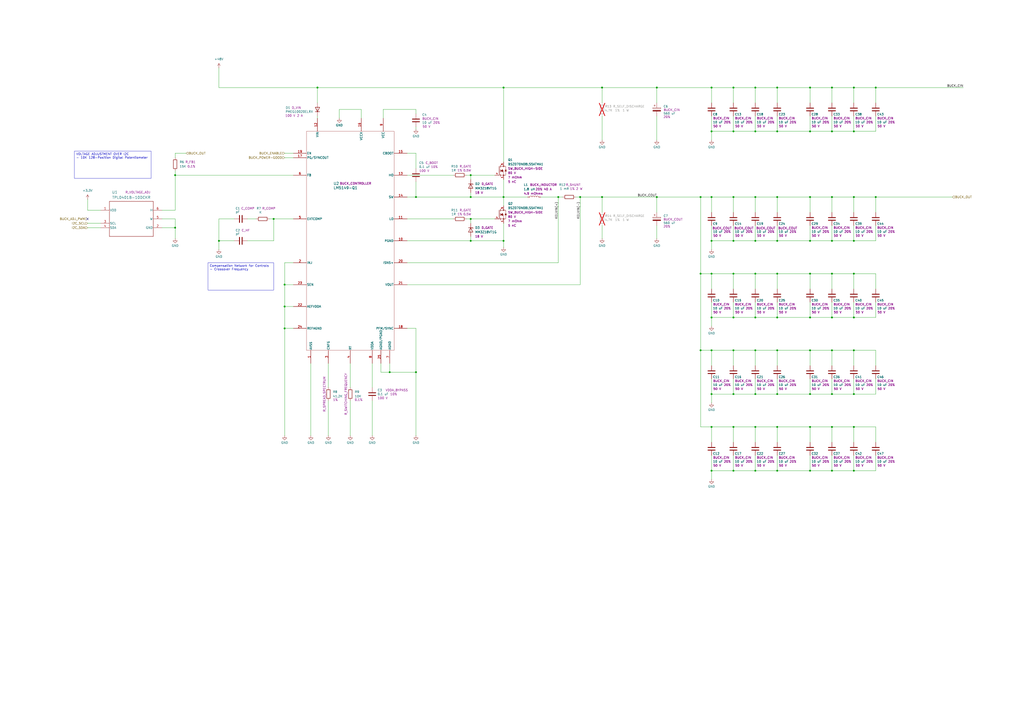
<source format=kicad_sch>
(kicad_sch (version 20250114) (generator "eeschema") (generator_version "9.0")
  (paper "A2")
  (title_block (title "Buck Converter Module") (date "[24.12.24]") (rev "RevC, V1.1") (company "Rack Robotics, Inc."))
  (text_box "Compensation Network for Controls \n- Crossover Frequency" (at 120.65 152.4 0) (size 38.1 15.875) (margins 0.9525 0.9525 0.9525 0.9525) (effects (font (size 1.27 1.27)) (justify left top)))
  (text_box "VOLTAGE ADJUSTMENT OVER I2C \n- 10K 128-Position Digital Potentiometer" (at 43.18 87.63 0) (size 44.45 15.875) (margins 0.9525 0.9525 0.9525 0.9525) (effects (font (size 1.27 1.27)) (justify left top)))
  (junction (at 469.9 247.65))
  (junction (at 412.75 247.65))
  (junction (at 425.45 50.8))
  (junction (at 425.45 247.65))
  (junction (at 450.85 273.05))
  (junction (at 508 114.3))
  (junction (at 469.9 203.2))
  (junction (at 381 50.8))
  (junction (at 425.45 228.6))
  (junction (at 438.15 273.05))
  (junction (at 469.9 76.2))
  (junction (at 482.6 184.15))
  (junction (at 450.85 50.8))
  (junction (at 425.45 184.15))
  (junction (at 336.55 114.3))
  (junction (at 450.85 76.2))
  (junction (at 450.85 203.2))
  (junction (at 495.3 228.6))
  (junction (at 425.45 114.3))
  (junction (at 425.45 76.2))
  (junction (at 412.75 228.6))
  (junction (at 165.1 190.5))
  (junction (at 469.9 184.15))
  (junction (at 495.3 114.3))
  (junction (at 482.6 114.3))
  (junction (at 438.15 158.75))
  (junction (at 273.05 101.6))
  (junction (at 273.05 127))
  (junction (at 273.05 114.3))
  (junction (at 438.15 76.2))
  (junction (at 165.1 165.1))
  (junction (at 469.9 273.05))
  (junction (at 165.1 177.8))
  (junction (at 412.75 50.8))
  (junction (at 381 114.3))
  (junction (at 406.4 158.75))
  (junction (at 450.85 184.15))
  (junction (at 482.6 76.2))
  (junction (at 450.85 139.7))
  (junction (at 349.25 114.3))
  (junction (at 495.3 76.2))
  (junction (at 412.75 76.2))
  (junction (at 184.15 50.8))
  (junction (at 425.45 158.75))
  (junction (at 127 139.7))
  (junction (at 412.75 158.75))
  (junction (at 482.6 273.05))
  (junction (at 412.75 273.05))
  (junction (at 495.3 203.2))
  (junction (at 450.85 228.6))
  (junction (at 241.3 215.9))
  (junction (at 292.1 139.7))
  (junction (at 323.85 114.3))
  (junction (at 495.3 139.7))
  (junction (at 495.3 50.8))
  (junction (at 495.3 247.65))
  (junction (at 101.6 101.6))
  (junction (at 292.1 50.8))
  (junction (at 469.9 228.6))
  (junction (at 438.15 228.6))
  (junction (at 241.3 114.3))
  (junction (at 482.6 247.65))
  (junction (at 158.75 127))
  (junction (at 406.4 114.3))
  (junction (at 482.6 158.75))
  (junction (at 450.85 247.65))
  (junction (at 438.15 247.65))
  (junction (at 292.1 114.3))
  (junction (at 438.15 139.7))
  (junction (at 508 50.8))
  (junction (at 438.15 114.3))
  (junction (at 412.75 184.15))
  (junction (at 469.9 114.3))
  (junction (at 469.9 139.7))
  (junction (at 469.9 50.8))
  (junction (at 273.05 139.7))
  (junction (at 226.06 215.9))
  (junction (at 425.45 139.7))
  (junction (at 482.6 139.7))
  (junction (at 412.75 203.2))
  (junction (at 450.85 114.3))
  (junction (at 425.45 203.2))
  (junction (at 469.9 158.75))
  (junction (at 412.75 114.3))
  (junction (at 406.4 203.2))
  (junction (at 495.3 273.05))
  (junction (at 101.6 132.08))
  (junction (at 450.85 158.75))
  (junction (at 412.75 139.7))
  (junction (at 482.6 203.2))
  (junction (at 495.3 158.75))
  (junction (at 495.3 184.15))
  (junction (at 425.45 273.05))
  (junction (at 438.15 203.2))
  (junction (at 349.25 50.8))
  (junction (at 482.6 50.8))
  (junction (at 438.15 184.15))
  (junction (at 482.6 228.6))
  (junction (at 438.15 50.8))
  (no_connect (at 50.8 127))
  (wire (pts (xy 292.1 104.14) (xy 292.1 114.3)))
  (wire (pts (xy 412.75 158.75) (xy 425.45 158.75)))
  (wire (pts (xy 495.3 247.65) (xy 495.3 256.54)))
  (wire (pts (xy 165.1 165.1) (xy 170.18 165.1)))
  (wire (pts (xy 222.25 63.5) (xy 241.3 63.5)))
  (wire (pts (xy 273.05 139.7) (xy 292.1 139.7)))
  (wire (pts (xy 165.1 152.4) (xy 165.1 165.1)))
  (wire (pts (xy 425.45 76.2) (xy 438.15 76.2)))
  (wire (pts (xy 236.22 152.4) (xy 323.85 152.4)))
  (wire (pts (xy 469.9 184.15) (xy 482.6 184.15)))
  (wire (pts (xy 438.15 184.15) (xy 450.85 184.15)))
  (wire (pts (xy 558.8 50.8) (xy 508 50.8)))
  (wire (pts (xy 313.69 114.3) (xy 323.85 114.3)))
  (wire (pts (xy 273.05 101.6) (xy 273.05 104.14)))
  (wire (pts (xy 412.75 114.3) (xy 425.45 114.3)))
  (wire (pts (xy 438.15 247.65) (xy 438.15 256.54)))
  (wire (pts (xy 236.22 127) (xy 262.89 127)))
  (wire (pts (xy 482.6 264.16) (xy 482.6 273.05)))
  (wire (pts (xy 508 264.16) (xy 508 273.05)))
  (wire (pts (xy 190.5 232.41) (xy 190.5 252.73)))
  (wire (pts (xy 469.9 203.2) (xy 469.9 212.09)))
  (wire (pts (xy 495.3 114.3) (xy 495.3 123.19)))
  (wire (pts (xy 438.15 247.65) (xy 450.85 247.65)))
  (wire (pts (xy 127 139.7) (xy 127 127)))
  (wire (pts (xy 508 158.75) (xy 508 167.64)))
  (wire (pts (xy 495.3 158.75) (xy 495.3 167.64)))
  (wire (pts (xy 425.45 228.6) (xy 438.15 228.6)))
  (wire (pts (xy 438.15 130.81) (xy 438.15 139.7)))
  (wire (pts (xy 495.3 50.8) (xy 495.3 59.69)))
  (wire (pts (xy 425.45 184.15) (xy 438.15 184.15)))
  (wire (pts (xy 226.06 210.82) (xy 226.06 215.9)))
  (wire (pts (xy 495.3 50.8) (xy 508 50.8)))
  (wire (pts (xy 241.3 105.41) (xy 241.3 114.3)))
  (wire (pts (xy 425.45 158.75) (xy 425.45 167.64)))
  (wire (pts (xy 349.25 50.8) (xy 349.25 59.69)))
  (wire (pts (xy 412.75 189.23) (xy 412.75 184.15)))
  (wire (pts (xy 412.75 50.8) (xy 425.45 50.8)))
  (wire (pts (xy 184.15 68.58) (xy 184.15 67.31)))
  (wire (pts (xy 101.6 121.92) (xy 101.6 101.6)))
  (wire (pts (xy 425.45 114.3) (xy 438.15 114.3)))
  (wire (pts (xy 292.1 50.8) (xy 349.25 50.8)))
  (wire (pts (xy 450.85 175.26) (xy 450.85 184.15)))
  (wire (pts (xy 241.3 73.66) (xy 241.3 74.93)))
  (wire (pts (xy 450.85 247.65) (xy 469.9 247.65)))
  (wire (pts (xy 412.75 50.8) (xy 412.75 59.69)))
  (wire (pts (xy 406.4 158.75) (xy 412.75 158.75)))
  (wire (pts (xy 273.05 111.76) (xy 273.05 114.3)))
  (wire (pts (xy 495.3 203.2) (xy 495.3 212.09)))
  (wire (pts (xy 412.75 278.13) (xy 412.75 273.05)))
  (wire (pts (xy 349.25 50.8) (xy 381 50.8)))
  (wire (pts (xy 190.5 210.82) (xy 190.5 224.79)))
  (wire (pts (xy 165.1 177.8) (xy 165.1 190.5)))
  (wire (pts (xy 101.6 88.9) (xy 101.6 91.44)))
  (wire (pts (xy 236.22 139.7) (xy 273.05 139.7)))
  (wire (pts (xy 143.51 139.7) (xy 158.75 139.7)))
  (wire (pts (xy 412.75 67.31) (xy 412.75 76.2)))
  (wire (pts (xy 406.4 203.2) (xy 412.75 203.2)))
  (wire (pts (xy 412.75 184.15) (xy 425.45 184.15)))
  (wire (pts (xy 165.1 91.44) (xy 170.18 91.44)))
  (wire (pts (xy 165.1 190.5) (xy 170.18 190.5)))
  (wire (pts (xy 236.22 190.5) (xy 241.3 190.5)))
  (wire (pts (xy 292.1 143.51) (xy 292.1 139.7)))
  (wire (pts (xy 482.6 130.81) (xy 482.6 139.7)))
  (wire (pts (xy 482.6 50.8) (xy 482.6 59.69)))
  (wire (pts (xy 412.75 139.7) (xy 425.45 139.7)))
  (wire (pts (xy 469.9 247.65) (xy 482.6 247.65)))
  (wire (pts (xy 241.3 190.5) (xy 241.3 215.9)))
  (wire (pts (xy 412.75 228.6) (xy 425.45 228.6)))
  (wire (pts (xy 412.75 81.28) (xy 412.75 76.2)))
  (wire (pts (xy 495.3 273.05) (xy 508 273.05)))
  (wire (pts (xy 273.05 127) (xy 287.02 127)))
  (wire (pts (xy 469.9 273.05) (xy 482.6 273.05)))
  (wire (pts (xy 450.85 203.2) (xy 450.85 212.09)))
  (wire (pts (xy 425.45 273.05) (xy 438.15 273.05)))
  (wire (pts (xy 450.85 228.6) (xy 469.9 228.6)))
  (wire (pts (xy 156.21 127) (xy 158.75 127)))
  (wire (pts (xy 50.8 132.08) (xy 58.42 132.08)))
  (wire (pts (xy 425.45 50.8) (xy 425.45 59.69)))
  (wire (pts (xy 412.75 203.2) (xy 412.75 212.09)))
  (wire (pts (xy 438.15 158.75) (xy 450.85 158.75)))
  (wire (pts (xy 450.85 114.3) (xy 469.9 114.3)))
  (wire (pts (xy 406.4 203.2) (xy 406.4 247.65)))
  (wire (pts (xy 425.45 139.7) (xy 438.15 139.7)))
  (wire (pts (xy 469.9 264.16) (xy 469.9 273.05)))
  (wire (pts (xy 412.75 247.65) (xy 425.45 247.65)))
  (wire (pts (xy 215.9 210.82) (xy 215.9 224.79)))
  (wire (pts (xy 273.05 127) (xy 273.05 129.54)))
  (wire (pts (xy 469.9 114.3) (xy 469.9 123.19)))
  (wire (pts (xy 203.2 210.82) (xy 203.2 224.79)))
  (wire (pts (xy 425.45 203.2) (xy 425.45 212.09)))
  (wire (pts (xy 425.45 114.3) (xy 425.45 123.19)))
  (wire (pts (xy 508 67.31) (xy 508 76.2)))
  (wire (pts (xy 438.15 203.2) (xy 450.85 203.2)))
  (wire (pts (xy 336.55 114.3) (xy 349.25 114.3)))
  (wire (pts (xy 438.15 139.7) (xy 450.85 139.7)))
  (wire (pts (xy 482.6 175.26) (xy 482.6 184.15)))
  (wire (pts (xy 508 114.3) (xy 508 123.19)))
  (wire (pts (xy 203.2 232.41) (xy 203.2 252.73)))
  (wire (pts (xy 336.55 114.3) (xy 336.55 165.1)))
  (wire (pts (xy 438.15 50.8) (xy 450.85 50.8)))
  (wire (pts (xy 495.3 130.81) (xy 495.3 139.7)))
  (wire (pts (xy 196.85 68.58) (xy 196.85 63.5)))
  (wire (pts (xy 412.75 219.71) (xy 412.75 228.6)))
  (wire (pts (xy 469.9 50.8) (xy 469.9 59.69)))
  (wire (pts (xy 482.6 50.8) (xy 469.9 50.8)))
  (wire (pts (xy 450.85 158.75) (xy 469.9 158.75)))
  (wire (pts (xy 412.75 158.75) (xy 412.75 167.64)))
  (wire (pts (xy 469.9 158.75) (xy 482.6 158.75)))
  (wire (pts (xy 165.1 177.8) (xy 170.18 177.8)))
  (wire (pts (xy 438.15 158.75) (xy 438.15 167.64)))
  (wire (pts (xy 236.22 114.3) (xy 241.3 114.3)))
  (wire (pts (xy 165.1 190.5) (xy 165.1 252.73)))
  (wire (pts (xy 336.55 114.3) (xy 334.01 114.3)))
  (wire (pts (xy 438.15 50.8) (xy 438.15 59.69)))
  (wire (pts (xy 101.6 99.06) (xy 101.6 101.6)))
  (wire (pts (xy 236.22 165.1) (xy 336.55 165.1)))
  (wire (pts (xy 292.1 139.7) (xy 292.1 129.54)))
  (wire (pts (xy 292.1 114.3) (xy 306.07 114.3)))
  (wire (pts (xy 469.9 139.7) (xy 482.6 139.7)))
  (wire (pts (xy 292.1 50.8) (xy 292.1 93.98)))
  (wire (pts (xy 101.6 127) (xy 101.6 132.08)))
  (wire (pts (xy 412.75 247.65) (xy 412.75 256.54)))
  (wire (pts (xy 158.75 139.7) (xy 158.75 127)))
  (wire (pts (xy 425.45 50.8) (xy 438.15 50.8)))
  (wire (pts (xy 412.75 203.2) (xy 425.45 203.2)))
  (wire (pts (xy 450.85 67.31) (xy 450.85 76.2)))
  (wire (pts (xy 469.9 114.3) (xy 482.6 114.3)))
  (wire (pts (xy 412.75 130.81) (xy 412.75 139.7)))
  (wire (pts (xy 270.51 127) (xy 273.05 127)))
  (wire (pts (xy 406.4 114.3) (xy 412.75 114.3)))
  (wire (pts (xy 450.85 247.65) (xy 450.85 256.54)))
  (wire (pts (xy 196.85 63.5) (xy 209.55 63.5)))
  (wire (pts (xy 127 144.78) (xy 127 139.7)))
  (wire (pts (xy 323.85 114.3) (xy 326.39 114.3)))
  (wire (pts (xy 406.4 114.3) (xy 406.4 158.75)))
  (wire (pts (xy 482.6 247.65) (xy 482.6 256.54)))
  (wire (pts (xy 495.3 114.3) (xy 508 114.3)))
  (wire (pts (xy 412.75 264.16) (xy 412.75 273.05)))
  (wire (pts (xy 220.98 215.9) (xy 226.06 215.9)))
  (wire (pts (xy 469.9 130.81) (xy 469.9 139.7)))
  (wire (pts (xy 127 50.8) (xy 184.15 50.8)))
  (wire (pts (xy 425.45 247.65) (xy 438.15 247.65)))
  (wire (pts (xy 438.15 264.16) (xy 438.15 273.05)))
  (wire (pts (xy 482.6 273.05) (xy 495.3 273.05)))
  (wire (pts (xy 349.25 114.3) (xy 349.25 123.19)))
  (wire (pts (xy 482.6 247.65) (xy 495.3 247.65)))
  (wire (pts (xy 425.45 130.81) (xy 425.45 139.7)))
  (wire (pts (xy 482.6 203.2) (xy 482.6 212.09)))
  (wire (pts (xy 349.25 130.81) (xy 349.25 138.43)))
  (wire (pts (xy 93.98 132.08) (xy 101.6 132.08)))
  (wire (pts (xy 482.6 76.2) (xy 495.3 76.2)))
  (wire (pts (xy 438.15 175.26) (xy 438.15 184.15)))
  (wire (pts (xy 215.9 232.41) (xy 215.9 252.73)))
  (wire (pts (xy 209.55 63.5) (xy 209.55 68.58)))
  (wire (pts (xy 101.6 101.6) (xy 170.18 101.6)))
  (wire (pts (xy 482.6 114.3) (xy 495.3 114.3)))
  (wire (pts (xy 438.15 273.05) (xy 450.85 273.05)))
  (wire (pts (xy 482.6 139.7) (xy 495.3 139.7)))
  (wire (pts (xy 482.6 184.15) (xy 495.3 184.15)))
  (wire (pts (xy 469.9 67.31) (xy 469.9 76.2)))
  (wire (pts (xy 495.3 184.15) (xy 508 184.15)))
  (wire (pts (xy 412.75 175.26) (xy 412.75 184.15)))
  (wire (pts (xy 469.9 228.6) (xy 482.6 228.6)))
  (wire (pts (xy 50.8 115.57) (xy 50.8 121.92)))
  (wire (pts (xy 165.1 152.4) (xy 170.18 152.4)))
  (wire (pts (xy 438.15 219.71) (xy 438.15 228.6)))
  (wire (pts (xy 381 50.8) (xy 412.75 50.8)))
  (wire (pts (xy 273.05 101.6) (xy 287.02 101.6)))
  (wire (pts (xy 412.75 76.2) (xy 425.45 76.2)))
  (wire (pts (xy 292.1 114.3) (xy 292.1 119.38)))
  (wire (pts (xy 508 50.8) (xy 508 59.69)))
  (wire (pts (xy 482.6 228.6) (xy 495.3 228.6)))
  (wire (pts (xy 495.3 67.31) (xy 495.3 76.2)))
  (wire (pts (xy 93.98 121.92) (xy 101.6 121.92)))
  (wire (pts (xy 495.3 158.75) (xy 508 158.75)))
  (wire (pts (xy 349.25 67.31) (xy 349.25 81.28)))
  (wire (pts (xy 381 130.81) (xy 381 138.43)))
  (wire (pts (xy 482.6 67.31) (xy 482.6 76.2)))
  (wire (pts (xy 241.3 63.5) (xy 241.3 66.04)))
  (wire (pts (xy 482.6 50.8) (xy 495.3 50.8)))
  (wire (pts (xy 425.45 219.71) (xy 425.45 228.6)))
  (wire (pts (xy 482.6 219.71) (xy 482.6 228.6)))
  (wire (pts (xy 552.45 114.3) (xy 508 114.3)))
  (wire (pts (xy 381 50.8) (xy 381 59.69)))
  (wire (pts (xy 482.6 158.75) (xy 495.3 158.75)))
  (wire (pts (xy 450.85 76.2) (xy 469.9 76.2)))
  (wire (pts (xy 495.3 76.2) (xy 508 76.2)))
  (wire (pts (xy 241.3 215.9) (xy 241.3 252.73)))
  (wire (pts (xy 412.75 233.68) (xy 412.75 228.6)))
  (wire (pts (xy 495.3 264.16) (xy 495.3 273.05)))
  (wire (pts (xy 425.45 264.16) (xy 425.45 273.05)))
  (wire (pts (xy 508 130.81) (xy 508 139.7)))
  (wire (pts (xy 184.15 50.8) (xy 292.1 50.8)))
  (wire (pts (xy 450.85 158.75) (xy 450.85 167.64)))
  (wire (pts (xy 381 114.3) (xy 406.4 114.3)))
  (wire (pts (xy 425.45 203.2) (xy 438.15 203.2)))
  (wire (pts (xy 180.34 210.82) (xy 180.34 252.73)))
  (wire (pts (xy 438.15 76.2) (xy 450.85 76.2)))
  (wire (pts (xy 184.15 59.69) (xy 184.15 50.8)))
  (wire (pts (xy 381 114.3) (xy 381 123.19)))
  (wire (pts (xy 270.51 101.6) (xy 273.05 101.6)))
  (wire (pts (xy 438.15 228.6) (xy 450.85 228.6)))
  (wire (pts (xy 406.4 247.65) (xy 412.75 247.65)))
  (wire (pts (xy 50.8 129.54) (xy 58.42 129.54)))
  (wire (pts (xy 222.25 68.58) (xy 222.25 63.5)))
  (wire (pts (xy 101.6 132.08) (xy 101.6 138.43)))
  (wire (pts (xy 508 175.26) (xy 508 184.15)))
  (wire (pts (xy 438.15 67.31) (xy 438.15 76.2)))
  (wire (pts (xy 381 67.31) (xy 381 81.28)))
  (wire (pts (xy 273.05 114.3) (xy 292.1 114.3)))
  (wire (pts (xy 450.85 139.7) (xy 469.9 139.7)))
  (wire (pts (xy 165.1 88.9) (xy 170.18 88.9)))
  (wire (pts (xy 412.75 114.3) (xy 412.75 123.19)))
  (wire (pts (xy 323.85 152.4) (xy 323.85 114.3)))
  (wire (pts (xy 482.6 158.75) (xy 482.6 167.64)))
  (wire (pts (xy 438.15 203.2) (xy 438.15 212.09)))
  (wire (pts (xy 236.22 101.6) (xy 262.89 101.6)))
  (wire (pts (xy 495.3 139.7) (xy 508 139.7)))
  (wire (pts (xy 438.15 114.3) (xy 438.15 123.19)))
  (wire (pts (xy 450.85 184.15) (xy 469.9 184.15)))
  (wire (pts (xy 241.3 114.3) (xy 273.05 114.3)))
  (wire (pts (xy 495.3 219.71) (xy 495.3 228.6)))
  (wire (pts (xy 127 127) (xy 135.89 127)))
  (wire (pts (xy 226.06 215.9) (xy 241.3 215.9)))
  (wire (pts (xy 508 247.65) (xy 508 256.54)))
  (wire (pts (xy 241.3 97.79) (xy 241.3 88.9)))
  (wire (pts (xy 482.6 203.2) (xy 495.3 203.2)))
  (wire (pts (xy 93.98 127) (xy 101.6 127)))
  (wire (pts (xy 220.98 210.82) (xy 220.98 215.9)))
  (wire (pts (xy 469.9 76.2) (xy 482.6 76.2)))
  (wire (pts (xy 469.9 175.26) (xy 469.9 184.15)))
  (wire (pts (xy 469.9 219.71) (xy 469.9 228.6)))
  (wire (pts (xy 50.8 121.92) (xy 58.42 121.92)))
  (wire (pts (xy 127 39.37) (xy 127 50.8)))
  (wire (pts (xy 469.9 203.2) (xy 482.6 203.2)))
  (wire (pts (xy 495.3 175.26) (xy 495.3 184.15)))
  (wire (pts (xy 127 139.7) (xy 135.89 139.7)))
  (wire (pts (xy 438.15 114.3) (xy 450.85 114.3)))
  (wire (pts (xy 450.85 130.81) (xy 450.85 139.7)))
  (wire (pts (xy 469.9 158.75) (xy 469.9 167.64)))
  (wire (pts (xy 450.85 114.3) (xy 450.85 123.19)))
  (wire (pts (xy 450.85 264.16) (xy 450.85 273.05)))
  (wire (pts (xy 349.25 114.3) (xy 381 114.3)))
  (wire (pts (xy 107.95 88.9) (xy 101.6 88.9)))
  (wire (pts (xy 450.85 50.8) (xy 469.9 50.8)))
  (wire (pts (xy 469.9 247.65) (xy 469.9 256.54)))
  (wire (pts (xy 165.1 165.1) (xy 165.1 177.8)))
  (wire (pts (xy 508 203.2) (xy 508 212.09)))
  (wire (pts (xy 425.45 158.75) (xy 438.15 158.75)))
  (wire (pts (xy 450.85 203.2) (xy 469.9 203.2)))
  (wire (pts (xy 450.85 219.71) (xy 450.85 228.6)))
  (wire (pts (xy 450.85 50.8) (xy 450.85 59.69)))
  (wire (pts (xy 495.3 203.2) (xy 508 203.2)))
  (wire (pts (xy 508 219.71) (xy 508 228.6)))
  (wire (pts (xy 495.3 247.65) (xy 508 247.65)))
  (wire (pts (xy 412.75 273.05) (xy 425.45 273.05)))
  (wire (pts (xy 143.51 127) (xy 148.59 127)))
  (wire (pts (xy 273.05 137.16) (xy 273.05 139.7)))
  (wire (pts (xy 412.75 144.78) (xy 412.75 139.7)))
  (wire (pts (xy 425.45 175.26) (xy 425.45 184.15)))
  (wire (pts (xy 495.3 228.6) (xy 508 228.6)))
  (wire (pts (xy 241.3 88.9) (xy 236.22 88.9)))
  (wire (pts (xy 482.6 114.3) (xy 482.6 123.19)))
  (wire (pts (xy 158.75 127) (xy 170.18 127)))
  (wire (pts (xy 450.85 273.05) (xy 469.9 273.05)))
  (wire (pts (xy 425.45 247.65) (xy 425.45 256.54)))
  (wire (pts (xy 425.45 67.31) (xy 425.45 76.2)))
  (wire (pts (xy 406.4 158.75) (xy 406.4 203.2)))
  (label "BUCK_CIN" (at 558.8 50.8 180))
  (label "BUCK_COUT" (at 381 114.3 180))
  (label "KELVIN(-)" (at 336.55 127 90))
  (label "KELVIN(+)" (at 323.85 127 90))
  (hierarchical_label "BUCK_ADJ_PWM" (shape input) (at 50.8 127 180))
  (hierarchical_label "BUCK_ENABLE" (shape input) (at 165.1 88.9 180))
  (hierarchical_label "BUCK_POWER-GOOD" (shape input) (at 165.1 91.44 180))
  (hierarchical_label "I2C_SDA" (shape input) (at 50.8 132.08 180))
  (hierarchical_label "BUCK_OUT" (shape input) (at 107.95 88.9 0))
  (hierarchical_label "BUCK_OUT" (shape input) (at 552.45 114.3 0))
  (hierarchical_label "I2C_SCL" (shape input) (at 50.8 129.54 180))
  (symbol (lib_id "Device:R") (at 266.7 101.6 90) (unit 1)
    (property "Reference" "R10" (at 263.652 96.52 90))
    (property "Value" "1R" (at 263.144 98.806 90))
    (property "Footprint" "Resistor_SMD:R_1206_3216Metric" (effects (hide yes)))
    (property "Datasheet" "https://www.yageo.com/upload/media/product/productsearch/datasheet/rchip/PYu-AC_51_RoHS_L_10.pdf" (effects (hide yes)))
    (property "Description" "1 Ohms ±1% 0.5W, 1/2W Chip Resistor 1206 (3216 Metric) Automotive AEC-Q200, Moisture Resistant Thick Film" (effects (hide yes)))
    (property "Manufacturer" "YAGEO" (effects (hide yes)))
    (property "Manufacturer#" "AC1206FR-7W1RL" (effects (hide yes)))
    (property "Distributor" "Digikey Electronics, Inc." (effects (hide yes)))
    (property "Distributor#" "13-AC1206FR-7W1RLCT-ND" (effects (hide yes)))
    (property "Role" "R_GATE" (at 270.002 96.52 90))
    (property "Tolerance" "1%" (at 266.7 98.806 90))
    (property "Power" "0.5W" (at 271.018 98.806 90))
  )
  (symbol (lib_id "Device:C") (at 482.6 260.35 0) (unit 1)
    (property "Reference" "C37" (at 483.362 263.144 0) (effects (justify left)))
    (property "Value" "10 uF" (at 483.362 267.716 0) (effects (justify left)))
    (property "Footprint" "Capacitor_SMD:C_1206_3216Metric" (effects (hide yes)))
    (property "Datasheet" "https://mm.digikey.com/Volume0/opasdata/d220001/medias/docus/6358/CL31A106MBHNNNE.pdf" (effects (hide yes)))
    (property "Description" "10 µF ±20% 50V Ceramic Capacitor X5R 1206 (3216 Metric)" (effects (hide yes)))
    (property "Manufacturer" "Samsung Electro-Mechanics" (effects (hide yes)))
    (property "Manufacturer#" "CL31A106MBHNNNE" (effects (hide yes)))
    (property "Distributor" "Digikey Electronics, Inc." (effects (hide yes)))
    (property "Distributor#" "1276-6736-1-ND" (effects (hide yes)))
    (property "Role" "BUCK_CIN" (at 488.188 265.43 0))
    (property "Tolerance" "20%" (at 491.744 267.716 0))
    (property "Max Voltage" "50 V" (at 485.902 270.002 0))
  )
  (symbol (lib_id "Device:C") (at 508 127 0) (unit 1)
    (property "Reference" "C44" (at 508.762 129.794 0) (effects (justify left)))
    (property "Value" "10 uF" (at 508.762 134.366 0) (effects (justify left)))
    (property "Footprint" "Capacitor_SMD:C_1206_3216Metric" (effects (hide yes)))
    (property "Datasheet" "https://mm.digikey.com/Volume0/opasdata/d220001/medias/docus/6358/CL31A106MBHNNNE.pdf" (effects (hide yes)))
    (property "Description" "10 µF ±20% 50V Ceramic Capacitor X5R 1206 (3216 Metric)" (effects (hide yes)))
    (property "Manufacturer" "Samsung Electro-Mechanics" (effects (hide yes)))
    (property "Manufacturer#" "CL31A106MBHNNNE" (effects (hide yes)))
    (property "Distributor" "Digikey Electronics, Inc." (effects (hide yes)))
    (property "Distributor#" "1276-6736-1-ND" (effects (hide yes)))
    (property "Role" "BUCK_CIN" (at 513.588 132.08 0))
    (property "Tolerance" "20%" (at 517.144 134.366 0))
    (property "Max Voltage" "50 V" (at 511.302 136.652 0))
  )
  (symbol (lib_id "Device:C_Polarized") (at 381 63.5 0) (unit 1)
    (property "Reference" "C6" (at 384.81 61.722 0) (effects (justify left)))
    (property "Value" "560 uF" (at 384.81 65.786 0) (effects (justify left)))
    (property "Footprint" "powercore-development:PHA225" (effects (hide yes)))
    (property "Datasheet" "https://search.kemet.com/component-documentation/download/datasheet/PHA225MLP3560QE4" (effects (hide yes)))
    (property "Description" "560 µF 63 V Aluminum - Polymer Capacitors Axial, Can 92mOhm 3000 Hrs @ 125°C" (effects (hide yes)))
    (property "Manufacturer" "KEMET" (effects (hide yes)))
    (property "Manufacturer#" "PHA225MLP3560QE4" (effects (hide yes)))
    (property "Distributor" "Digikey Electronics, Inc." (effects (hide yes)))
    (property "Distributor#" "399-PHA225MLP3560QE4-ND" (effects (hide yes)))
    (property "Role" "BUCK_CIN" (at 389.636 63.754 0))
    (property "Tolerance" "20%" (at 386.842 67.818 0))
    (property "Lifetime" "30000" (effects (hide yes)))
    (property "RMS Current" "40.9" (effects (hide yes)))
  )
  (symbol (lib_id "power:GND") (at 180.34 252.73 0) (unit 1)
    (property "Reference" "#PWR012" (effects (hide yes)))
    (property "Value" "GND" (at 180.34 256.794 0))
    (property "Description" "Power symbol creates a global label with name \"GND\" , ground" (effects (hide yes)))
  )
  (symbol (lib_id "Device:C") (at 425.45 260.35 0) (unit 1)
    (property "Reference" "C17" (at 426.212 263.144 0) (effects (justify left)))
    (property "Value" "10 uF" (at 426.212 267.716 0) (effects (justify left)))
    (property "Footprint" "Capacitor_SMD:C_1206_3216Metric" (effects (hide yes)))
    (property "Datasheet" "https://mm.digikey.com/Volume0/opasdata/d220001/medias/docus/6358/CL31A106MBHNNNE.pdf" (effects (hide yes)))
    (property "Description" "10 µF ±20% 50V Ceramic Capacitor X5R 1206 (3216 Metric)" (effects (hide yes)))
    (property "Manufacturer" "Samsung Electro-Mechanics" (effects (hide yes)))
    (property "Manufacturer#" "CL31A106MBHNNNE" (effects (hide yes)))
    (property "Distributor" "Digikey Electronics, Inc." (effects (hide yes)))
    (property "Distributor#" "1276-6736-1-ND" (effects (hide yes)))
    (property "Role" "BUCK_CIN" (at 431.038 265.43 0))
    (property "Tolerance" "20%" (at 434.594 267.716 0))
    (property "Max Voltage" "50 V" (at 428.752 270.002 0))
  )
  (symbol (lib_id "power:GND") (at 215.9 252.73 0) (unit 1)
    (property "Reference" "#PWR016" (effects (hide yes)))
    (property "Value" "GND" (at 215.9 256.794 0))
    (property "Description" "Power symbol creates a global label with name \"GND\" , ground" (effects (hide yes)))
  )
  (symbol (lib_id "power:GND") (at 381 81.28 0) (unit 1)
    (property "Reference" "#PWR022" (effects (hide yes)))
    (property "Value" "GND" (at 381 85.344 0))
    (property "Description" "Power symbol creates a global label with name \"GND\" , ground" (effects (hide yes)))
  )
  (symbol (lib_id "Device:C") (at 241.3 69.85 0) (unit 1)
    (property "Reference" "C4" (at 244.856 66.548 0) (effects (justify left)))
    (property "Value" "10 uF" (at 244.856 71.12 0) (effects (justify left)))
    (property "Footprint" "Capacitor_SMD:C_1206_3216Metric" (effects (hide yes)))
    (property "Datasheet" "https://mm.digikey.com/Volume0/opasdata/d220001/medias/docus/6358/CL31A106MBHNNNE.pdf" (effects (hide yes)))
    (property "Description" "10 µF ±20% 50V Ceramic Capacitor X5R 1206 (3216 Metric)" (effects (hide yes)))
    (property "Manufacturer" "Samsung Electro-Mechanics" (effects (hide yes)))
    (property "Manufacturer#" "CL31A106MBHNNNE" (effects (hide yes)))
    (property "Distributor" "Digikey Electronics, Inc." (effects (hide yes)))
    (property "Distributor#" "1276-6736-1-ND" (effects (hide yes)))
    (property "Role" "BUCK_CIN" (at 249.682 68.834 0))
    (property "Tolerance" "20%" (at 253.238 71.12 0))
    (property "Max Voltage" "50 V" (at 247.396 73.406 0))
  )
  (symbol (lib_id "power:GND") (at 412.75 189.23 0) (unit 1)
    (property "Reference" "#PWR026" (effects (hide yes)))
    (property "Value" "GND" (at 412.75 193.294 0))
    (property "Description" "Power symbol creates a global label with name \"GND\" , ground" (effects (hide yes)))
  )
  (symbol (lib_id "Device:C") (at 412.75 171.45 0) (unit 1)
    (property "Reference" "C10" (at 413.512 174.244 0) (effects (justify left)))
    (property "Value" "10 uF" (at 413.512 178.816 0) (effects (justify left)))
    (property "Footprint" "Capacitor_SMD:C_1206_3216Metric" (effects (hide yes)))
    (property "Datasheet" "https://mm.digikey.com/Volume0/opasdata/d220001/medias/docus/6358/CL31A106MBHNNNE.pdf" (effects (hide yes)))
    (property "Description" "10 µF ±20% 50V Ceramic Capacitor X5R 1206 (3216 Metric)" (effects (hide yes)))
    (property "Manufacturer" "Samsung Electro-Mechanics" (effects (hide yes)))
    (property "Manufacturer#" "CL31A106MBHNNNE" (effects (hide yes)))
    (property "Distributor" "Digikey Electronics, Inc." (effects (hide yes)))
    (property "Distributor#" "1276-6736-1-ND" (effects (hide yes)))
    (property "Role" "BUCK_CIN" (at 418.338 176.53 0))
    (property "Tolerance" "20%" (at 421.894 178.816 0))
    (property "Max Voltage" "50 V" (at 416.052 181.102 0))
  )
  (symbol (lib_id "powercore-development:BSZ070N08LS5ATMA1") (at 289.56 99.06 0) (unit 1)
    (property "Reference" "Q1" (at 294.64 92.7099 0) (effects (justify left)))
    (property "Value" "BSZ070N08LS5ATMA1" (at 294.64 95.2499 0) (effects (justify left)))
    (property "Datasheet" "https://www.infineon.com/dgdl/Infineon-BSZ146N10LS5-DS-v02_02-EN.pdf?fileId=5546d4625696ed760156e6c1a0a327fc" (effects (hide yes)))
    (property "Description" "N-Channel 80 V 40A (Tc) 69W (Tc) Surface Mount PG-TSDSON-8-FL" (effects (hide yes)))
    (property "Manufacturer" "Infineon Technologies" (effects (hide yes)))
    (property "Manufacturer#" "BSZ070N08LS5ATMA1" (effects (hide yes)))
    (property "Distributor" "Digkey Electronics, Inc." (effects (hide yes)))
    (property "Distributor#" "448-BSZ070N08LS5ATMA1CT-ND" (effects (hide yes)))
    (property "Role" "SW_BUCK_HIGH-SIDE" (at 294.64 97.7899 0) (effects (justify left)))
    (property "V(DS)" "80 V" (at 294.64 100.3299 0) (effects (justify left)))
    (property "R(DS)ON" "7 mOhm" (at 294.64 102.8699 0) (effects (justify left)))
    (property "I(D)" "5 nC" (at 294.64 105.4099 0) (effects (justify left)))
  )
  (symbol (lib_id "Device:C") (at 139.7 139.7 90) (unit 1)
    (property "Reference" "C2" (at 137.922 133.604 90))
    (property "Value" "pF" (at 137.922 135.636 90))
    (property "Footprint" "Capacitor_SMD:C_0603_1608Metric" (effects (hide yes)))
    (property "Datasheet" "NULL" (effects (hide yes)))
    (property "Description" "NULL" (effects (hide yes)))
    (property "Manufacturer" "NULL" (effects (hide yes)))
    (property "Manufacturer#" "NULL" (effects (hide yes)))
    (property "Distributor" "NULL" (effects (hide yes)))
    (property "Distributor#" "NULL" (effects (hide yes)))
    (property "Role" "C_HF" (at 142.494 133.604 90))
    (property "Tolerance" "NULL" (effects (hide yes)))
    (property "Power" "NULL" (effects (hide yes)))
  )
  (symbol (lib_id "Device:C") (at 495.3 63.5 0) (unit 1)
    (property "Reference" "C38" (at 496.062 66.294 0) (effects (justify left)))
    (property "Value" "10 uF" (at 496.062 70.866 0) (effects (justify left)))
    (property "Footprint" "Capacitor_SMD:C_1206_3216Metric" (effects (hide yes)))
    (property "Datasheet" "https://mm.digikey.com/Volume0/opasdata/d220001/medias/docus/6358/CL31A106MBHNNNE.pdf" (effects (hide yes)))
    (property "Description" "10 µF ±20% 50V Ceramic Capacitor X5R 1206 (3216 Metric)" (effects (hide yes)))
    (property "Manufacturer" "Samsung Electro-Mechanics" (effects (hide yes)))
    (property "Manufacturer#" "CL31A106MBHNNNE" (effects (hide yes)))
    (property "Distributor" "Digikey Electronics, Inc." (effects (hide yes)))
    (property "Distributor#" "1276-6736-1-ND" (effects (hide yes)))
    (property "Role" "BUCK_CIN" (at 500.888 68.58 0))
    (property "Tolerance" "20%" (at 504.444 70.866 0))
    (property "Max Voltage" "50 V" (at 498.602 73.152 0))
  )
  (symbol (lib_id "Device:C") (at 482.6 215.9 0) (unit 1)
    (property "Reference" "C36" (at 483.362 218.694 0) (effects (justify left)))
    (property "Value" "10 uF" (at 483.362 223.266 0) (effects (justify left)))
    (property "Footprint" "Capacitor_SMD:C_1206_3216Metric" (effects (hide yes)))
    (property "Datasheet" "https://mm.digikey.com/Volume0/opasdata/d220001/medias/docus/6358/CL31A106MBHNNNE.pdf" (effects (hide yes)))
    (property "Description" "10 µF ±20% 50V Ceramic Capacitor X5R 1206 (3216 Metric)" (effects (hide yes)))
    (property "Manufacturer" "Samsung Electro-Mechanics" (effects (hide yes)))
    (property "Manufacturer#" "CL31A106MBHNNNE" (effects (hide yes)))
    (property "Distributor" "Digikey Electronics, Inc." (effects (hide yes)))
    (property "Distributor#" "1276-6736-1-ND" (effects (hide yes)))
    (property "Role" "BUCK_CIN" (at 488.188 220.98 0))
    (property "Tolerance" "20%" (at 491.744 223.266 0))
    (property "Max Voltage" "50 V" (at 485.902 225.552 0))
  )
  (symbol (lib_id "power:GND") (at 412.75 81.28 0) (unit 1)
    (property "Reference" "#PWR024" (effects (hide yes)))
    (property "Value" "GND" (at 412.75 85.344 0))
    (property "Description" "Power symbol creates a global label with name \"GND\" , ground" (effects (hide yes)))
  )
  (symbol (lib_id "power:GND") (at 241.3 252.73 0) (unit 1)
    (property "Reference" "#PWR018" (effects (hide yes)))
    (property "Value" "GND" (at 241.3 256.794 0))
    (property "Description" "Power symbol creates a global label with name \"GND\" , ground" (effects (hide yes)))
  )
  (symbol (lib_id "Device:C") (at 450.85 171.45 0) (unit 1)
    (property "Reference" "C25" (at 451.612 174.244 0) (effects (justify left)))
    (property "Value" "10 uF" (at 451.612 178.816 0) (effects (justify left)))
    (property "Footprint" "Capacitor_SMD:C_1206_3216Metric" (effects (hide yes)))
    (property "Datasheet" "https://mm.digikey.com/Volume0/opasdata/d220001/medias/docus/6358/CL31A106MBHNNNE.pdf" (effects (hide yes)))
    (property "Description" "10 µF ±20% 50V Ceramic Capacitor X5R 1206 (3216 Metric)" (effects (hide yes)))
    (property "Manufacturer" "Samsung Electro-Mechanics" (effects (hide yes)))
    (property "Manufacturer#" "CL31A106MBHNNNE" (effects (hide yes)))
    (property "Distributor" "Digikey Electronics, Inc." (effects (hide yes)))
    (property "Distributor#" "1276-6736-1-ND" (effects (hide yes)))
    (property "Role" "BUCK_CIN" (at 456.438 176.53 0))
    (property "Tolerance" "20%" (at 459.994 178.816 0))
    (property "Max Voltage" "50 V" (at 454.152 181.102 0))
  )
  (symbol (lib_id "Device:D_Zener") (at 273.05 133.35 270) (unit 1)
    (property "Reference" "D3" (at 275.59 132.0799 90) (effects (justify left)))
    (property "Value" "MM3Z18VT1G" (at 275.59 134.6199 90) (effects (justify left)))
    (property "Footprint" "Diode_SMD:D_SOD-323" (effects (hide yes)))
    (property "Datasheet" "Zener Diode 18 V 300 mW ±6% Surface Mount SOD-323" (effects (hide yes)))
    (property "Description" "Zener Diode 18 V 300 mW ±6% Surface Mount SOD-323" (effects (hide yes)))
    (property "Manufacturer" "onsemi" (effects (hide yes)))
    (property "Manufacturer#" "MM3Z18VT1GOSCT-ND" (effects (hide yes)))
    (property "Distributor" "Digikey Electronics, Inc." (effects (hide yes)))
    (property "Distributor#" "MM3Z18VT1GOSCT-ND" (effects (hide yes)))
    (property "Role" "D_GATE" (at 282.702 132.08 90))
    (property "Zener Voltage" "18 V" (at 277.876 137.16 90))
    (property "Tolerance" "6%" (effects (hide yes)))
    (property "Impedance" "45 " (effects (hide yes)))
  )
  (symbol (lib_id "Device:C") (at 425.45 215.9 0) (unit 1)
    (property "Reference" "C16" (at 426.212 218.694 0) (effects (justify left)))
    (property "Value" "10 uF" (at 426.212 223.266 0) (effects (justify left)))
    (property "Footprint" "Capacitor_SMD:C_1206_3216Metric" (effects (hide yes)))
    (property "Datasheet" "https://mm.digikey.com/Volume0/opasdata/d220001/medias/docus/6358/CL31A106MBHNNNE.pdf" (effects (hide yes)))
    (property "Description" "10 µF ±20% 50V Ceramic Capacitor X5R 1206 (3216 Metric)" (effects (hide yes)))
    (property "Manufacturer" "Samsung Electro-Mechanics" (effects (hide yes)))
    (property "Manufacturer#" "CL31A106MBHNNNE" (effects (hide yes)))
    (property "Distributor" "Digikey Electronics, Inc." (effects (hide yes)))
    (property "Distributor#" "1276-6736-1-ND" (effects (hide yes)))
    (property "Role" "BUCK_CIN" (at 431.038 220.98 0))
    (property "Tolerance" "20%" (at 434.594 223.266 0))
    (property "Max Voltage" "50 V" (at 428.752 225.552 0))
  )
  (symbol (lib_id "Device:C") (at 241.3 101.6 0) (unit 1)
    (property "Reference" "C5" (at 243.078 94.488 0) (effects (justify left)))
    (property "Value" "0.1 uF" (at 243.078 96.774 0) (effects (justify left)))
    (property "Footprint" "Capacitor_SMD:C_0603_1608Metric" (effects (hide yes)))
    (property "Datasheet" "https://www.digikey.com/en/models/3476111" (effects (hide yes)))
    (property "Description" "0.1 µF ±10% 100V Ceramic Capacitor X7R 0603 (1608 Metric)" (effects (hide yes)))
    (property "Manufacturer" "YAGEO" (effects (hide yes)))
    (property "Manufacturer#" "CC0603KRX7R0BB104" (effects (hide yes)))
    (property "Distributor" "Digikey Electronics, Inc." (effects (hide yes)))
    (property "Distributor#" "311-1523-1-ND" (effects (hide yes)))
    (property "Role" "C_BOOT" (at 250.444 94.488 0))
    (property "Tolerance" "10%" (at 251.968 96.774 0))
    (property "Max Voltage" "100 V" (at 246.126 99.06 0))
  )
  (symbol (lib_id "Device:C") (at 469.9 260.35 0) (unit 1)
    (property "Reference" "C32" (at 470.662 263.144 0) (effects (justify left)))
    (property "Value" "10 uF" (at 470.662 267.716 0) (effects (justify left)))
    (property "Footprint" "Capacitor_SMD:C_1206_3216Metric" (effects (hide yes)))
    (property "Datasheet" "https://mm.digikey.com/Volume0/opasdata/d220001/medias/docus/6358/CL31A106MBHNNNE.pdf" (effects (hide yes)))
    (property "Description" "10 µF ±20% 50V Ceramic Capacitor X5R 1206 (3216 Metric)" (effects (hide yes)))
    (property "Manufacturer" "Samsung Electro-Mechanics" (effects (hide yes)))
    (property "Manufacturer#" "CL31A106MBHNNNE" (effects (hide yes)))
    (property "Distributor" "Digikey Electronics, Inc." (effects (hide yes)))
    (property "Distributor#" "1276-6736-1-ND" (effects (hide yes)))
    (property "Role" "BUCK_CIN" (at 475.488 265.43 0))
    (property "Tolerance" "20%" (at 479.044 267.716 0))
    (property "Max Voltage" "50 V" (at 473.202 270.002 0))
  )
  (symbol (lib_id "Device:R") (at 190.5 228.6 0) (unit 1)
    (property "Reference" "R8" (at 193.04 227.3299 0) (effects (justify left)))
    (property "Value" "41.2K" (at 193.04 229.8699 0) (effects (justify left)))
    (property "Footprint" "Resistor_SMD:R_0603_1608Metric" (effects (hide yes)))
    (property "Datasheet" "https://www.yageo.com/upload/media/product/products/datasheet/rchip/PYu-RC_Group_51_RoHS_L_12.pdf" (effects (hide yes)))
    (property "Description" "41.2 kOhms ±1% 0.1W, 1/10W Chip Resistor 0603 (1608 Metric) Moisture Resistant Thick Film" (effects (hide yes)))
    (property "Manufacturer" "YAGEO" (effects (hide yes)))
    (property "Manufacturer#" "RC0603FR-0741K2L" (effects (hide yes)))
    (property "Distributor" "Digikey Electronics, Inc." (effects (hide yes)))
    (property "Distributor#" "311-41.2KHRCT-ND" (effects (hide yes)))
    (property "Role" "R_SPREAD_SPECTRUM" (at 188.214 228.6 90))
    (property "Tolerance" "1%" (at 194.564 231.902 0))
  )
  (symbol (lib_id "Device:C") (at 412.75 63.5 0) (unit 1)
    (property "Reference" "C8" (at 413.512 66.294 0) (effects (justify left)))
    (property "Value" "10 uF" (at 413.512 70.866 0) (effects (justify left)))
    (property "Footprint" "Capacitor_SMD:C_1206_3216Metric" (effects (hide yes)))
    (property "Datasheet" "https://mm.digikey.com/Volume0/opasdata/d220001/medias/docus/6358/CL31A106MBHNNNE.pdf" (effects (hide yes)))
    (property "Description" "10 µF ±20% 50V Ceramic Capacitor X5R 1206 (3216 Metric)" (effects (hide yes)))
    (property "Manufacturer" "Samsung Electro-Mechanics" (effects (hide yes)))
    (property "Manufacturer#" "CL31A106MBHNNNE" (effects (hide yes)))
    (property "Distributor" "Digikey Electronics, Inc." (effects (hide yes)))
    (property "Distributor#" "1276-6736-1-ND" (effects (hide yes)))
    (property "Role" "BUCK_CIN" (at 418.338 68.58 0))
    (property "Tolerance" "20%" (at 421.894 70.866 0))
    (property "Max Voltage" "50 V" (at 416.052 73.152 0))
  )
  (symbol (lib_id "Device:C") (at 438.15 127 0) (unit 1)
    (property "Reference" "C19" (at 438.912 129.794 0) (effects (justify left)))
    (property "Value" "10 uF" (at 438.912 134.366 0) (effects (justify left)))
    (property "Footprint" "Capacitor_SMD:C_1206_3216Metric" (effects (hide yes)))
    (property "Datasheet" "https://mm.digikey.com/Volume0/opasdata/d220001/medias/docus/6358/CL31A106MBHNNNE.pdf" (effects (hide yes)))
    (property "Description" "10 µF ±20% 50V Ceramic Capacitor X5R 1206 (3216 Metric)" (effects (hide yes)))
    (property "Manufacturer" "Samsung Electro-Mechanics" (effects (hide yes)))
    (property "Manufacturer#" "CL31A106MBHNNNE" (effects (hide yes)))
    (property "Distributor" "Digikey Electronics, Inc." (effects (hide yes)))
    (property "Distributor#" "1276-6736-1-ND" (effects (hide yes)))
    (property "Role" "BUCK_COUT" (at 444.246 132.334 0))
    (property "Tolerance" "20%" (at 447.294 134.366 0))
    (property "Max Voltage" "50 V" (at 441.452 136.652 0))
  )
  (symbol (lib_id "Device:R") (at 101.6 95.25 180) (unit 1)
    (property "Reference" "R6" (at 104.14 93.9799 0) (effects (justify right)))
    (property "Value" "15K" (at 104.14 96.5199 0) (effects (justify right)))
    (property "Footprint" "Resistor_SMD:R_0603_1608Metric" (effects (hide yes)))
    (property "Datasheet" "https://www.yageo.com/upload/media/product/app/datasheet/rchip/pyu-rt_1-to-0.01_rohs_l.pdf" (effects (hide yes)))
    (property "Description" "15 kOhms ±0.1% 0.1W, 1/10W Chip Resistor 0603 (1608 Metric) Thin Film" (effects (hide yes)))
    (property "Manufacturer" "YAGEO" (effects (hide yes)))
    (property "Manufacturer#" "RT0603BRD0715KL" (effects (hide yes)))
    (property "Distributor" "Digikey Electronics, Inc." (effects (hide yes)))
    (property "Distributor#" "YAG1538CT-ND" (effects (hide yes)))
    (property "Role" "R_FB1" (at 110.49 93.98 0))
    (property "Tolerance" "0.1%" (at 110.998 96.52 0))
    (property "Power" "1/10 W" (effects (hide yes)))
  )
  (symbol (lib_id "Device:L") (at 309.88 114.3 90) (unit 1)
    (property "Reference" "L1" (at 305.054 107.188 90))
    (property "Value" "1.8 uH" (at 307.086 109.728 90))
    (property "Footprint" "powercore-development:SRP1245A" (effects (hide yes)))
    (property "Datasheet" "https://www.bourns.com/docs/Product-Datasheets/SRP1245A.pdf" (effects (hide yes)))
    (property "Description" "1.8 µH Shielded Drum Core, Wirewound Inductor 21 A 4.9mOhm Max Nonstandard" (effects (hide yes)))
    (property "Manufacturer" "SRP1245A-1R8M" (effects (hide yes)))
    (property "Manufacturer#" "SRP1245A-1R8M" (effects (hide yes)))
    (property "Distributor" "Digikey Electronics, Inc." (effects (hide yes)))
    (property "Distributor#" "SRP1245A-1R8MCT-ND" (effects (hide yes)))
    (property "Role" "BUCK_INDUCTOR" (at 315.214 107.188 90))
    (property "Tolerance" "20%" (at 312.674 109.728 90))
    (property "DCR" "4.9 mOhms" (at 309.372 112.268 90))
    (property "Current Rating" "21 A" (effects (hide yes)))
    (property "Saturation" "40 A" (at 317.754 109.728 90))
  )
  (symbol (lib_id "Device:R") (at 266.7 127 90) (unit 1)
    (property "Reference" "R11" (at 263.652 121.92 90))
    (property "Value" "1R" (at 263.144 124.206 90))
    (property "Footprint" "Resistor_SMD:R_1206_3216Metric" (effects (hide yes)))
    (property "Datasheet" "https://www.yageo.com/upload/media/product/productsearch/datasheet/rchip/PYu-AC_51_RoHS_L_10.pdf" (effects (hide yes)))
    (property "Description" "1 Ohms ±1% 0.5W, 1/2W Chip Resistor 1206 (3216 Metric) Automotive AEC-Q200, Moisture Resistant Thick Film" (effects (hide yes)))
    (property "Manufacturer" "YAGEO" (effects (hide yes)))
    (property "Manufacturer#" "AC1206FR-7W1RL" (effects (hide yes)))
    (property "Distributor" "Digikey Electronics, Inc." (effects (hide yes)))
    (property "Distributor#" "13-AC1206FR-7W1RLCT-ND" (effects (hide yes)))
    (property "Role" "R_GATE" (at 270.002 121.92 90))
    (property "Tolerance" "1%" (at 266.7 124.206 90))
    (property "Power" "0.5W" (at 271.018 124.206 90))
  )
  (symbol (lib_id "Device:C") (at 438.15 215.9 0) (unit 1)
    (property "Reference" "C21" (at 438.912 218.694 0) (effects (justify left)))
    (property "Value" "10 uF" (at 438.912 223.266 0) (effects (justify left)))
    (property "Footprint" "Capacitor_SMD:C_1206_3216Metric" (effects (hide yes)))
    (property "Datasheet" "https://mm.digikey.com/Volume0/opasdata/d220001/medias/docus/6358/CL31A106MBHNNNE.pdf" (effects (hide yes)))
    (property "Description" "10 µF ±20% 50V Ceramic Capacitor X5R 1206 (3216 Metric)" (effects (hide yes)))
    (property "Manufacturer" "Samsung Electro-Mechanics" (effects (hide yes)))
    (property "Manufacturer#" "CL31A106MBHNNNE" (effects (hide yes)))
    (property "Distributor" "Digikey Electronics, Inc." (effects (hide yes)))
    (property "Distributor#" "1276-6736-1-ND" (effects (hide yes)))
    (property "Role" "BUCK_CIN" (at 443.738 220.98 0))
    (property "Tolerance" "20%" (at 447.294 223.266 0))
    (property "Max Voltage" "50 V" (at 441.452 225.552 0))
  )
  (symbol (lib_id "Device:C") (at 495.3 215.9 0) (unit 1)
    (property "Reference" "C41" (at 496.062 218.694 0) (effects (justify left)))
    (property "Value" "10 uF" (at 496.062 223.266 0) (effects (justify left)))
    (property "Footprint" "Capacitor_SMD:C_1206_3216Metric" (effects (hide yes)))
    (property "Datasheet" "https://mm.digikey.com/Volume0/opasdata/d220001/medias/docus/6358/CL31A106MBHNNNE.pdf" (effects (hide yes)))
    (property "Description" "10 µF ±20% 50V Ceramic Capacitor X5R 1206 (3216 Metric)" (effects (hide yes)))
    (property "Manufacturer" "Samsung Electro-Mechanics" (effects (hide yes)))
    (property "Manufacturer#" "CL31A106MBHNNNE" (effects (hide yes)))
    (property "Distributor" "Digikey Electronics, Inc." (effects (hide yes)))
    (property "Distributor#" "1276-6736-1-ND" (effects (hide yes)))
    (property "Role" "BUCK_CIN" (at 500.888 220.98 0))
    (property "Tolerance" "20%" (at 504.444 223.266 0))
    (property "Max Voltage" "50 V" (at 498.602 225.552 0))
  )
  (symbol (lib_id "Device:C") (at 482.6 127 0) (unit 1)
    (property "Reference" "C34" (at 483.362 129.794 0) (effects (justify left)))
    (property "Value" "10 uF" (at 483.362 134.366 0) (effects (justify left)))
    (property "Footprint" "Capacitor_SMD:C_1206_3216Metric" (effects (hide yes)))
    (property "Datasheet" "https://mm.digikey.com/Volume0/opasdata/d220001/medias/docus/6358/CL31A106MBHNNNE.pdf" (effects (hide yes)))
    (property "Description" "10 µF ±20% 50V Ceramic Capacitor X5R 1206 (3216 Metric)" (effects (hide yes)))
    (property "Manufacturer" "Samsung Electro-Mechanics" (effects (hide yes)))
    (property "Manufacturer#" "CL31A106MBHNNNE" (effects (hide yes)))
    (property "Distributor" "Digikey Electronics, Inc." (effects (hide yes)))
    (property "Distributor#" "1276-6736-1-ND" (effects (hide yes)))
    (property "Role" "BUCK_CIN" (at 488.188 132.08 0))
    (property "Tolerance" "20%" (at 491.744 134.366 0))
    (property "Max Voltage" "50 V" (at 485.902 136.652 0))
  )
  (symbol (lib_id "power:GND") (at 412.75 278.13 0) (unit 1)
    (property "Reference" "#PWR028" (effects (hide yes)))
    (property "Value" "GND" (at 412.75 282.194 0))
    (property "Description" "Power symbol creates a global label with name \"GND\" , ground" (effects (hide yes)))
  )
  (symbol (lib_id "Device:C") (at 450.85 63.5 0) (unit 1)
    (property "Reference" "C23" (at 451.612 66.294 0) (effects (justify left)))
    (property "Value" "10 uF" (at 451.612 70.866 0) (effects (justify left)))
    (property "Footprint" "Capacitor_SMD:C_1206_3216Metric" (effects (hide yes)))
    (property "Datasheet" "https://mm.digikey.com/Volume0/opasdata/d220001/medias/docus/6358/CL31A106MBHNNNE.pdf" (effects (hide yes)))
    (property "Description" "10 µF ±20% 50V Ceramic Capacitor X5R 1206 (3216 Metric)" (effects (hide yes)))
    (property "Manufacturer" "Samsung Electro-Mechanics" (effects (hide yes)))
    (property "Manufacturer#" "CL31A106MBHNNNE" (effects (hide yes)))
    (property "Distributor" "Digikey Electronics, Inc." (effects (hide yes)))
    (property "Distributor#" "1276-6736-1-ND" (effects (hide yes)))
    (property "Role" "BUCK_CIN" (at 456.438 68.58 0))
    (property "Tolerance" "20%" (at 459.994 70.866 0))
    (property "Max Voltage" "50 V" (at 454.152 73.152 0))
  )
  (symbol (lib_id "Device:C") (at 450.85 260.35 0) (unit 1)
    (property "Reference" "C27" (at 451.612 263.144 0) (effects (justify left)))
    (property "Value" "10 uF" (at 451.612 267.716 0) (effects (justify left)))
    (property "Footprint" "Capacitor_SMD:C_1206_3216Metric" (effects (hide yes)))
    (property "Datasheet" "https://mm.digikey.com/Volume0/opasdata/d220001/medias/docus/6358/CL31A106MBHNNNE.pdf" (effects (hide yes)))
    (property "Description" "10 µF ±20% 50V Ceramic Capacitor X5R 1206 (3216 Metric)" (effects (hide yes)))
    (property "Manufacturer" "Samsung Electro-Mechanics" (effects (hide yes)))
    (property "Manufacturer#" "CL31A106MBHNNNE" (effects (hide yes)))
    (property "Distributor" "Digikey Electronics, Inc." (effects (hide yes)))
    (property "Distributor#" "1276-6736-1-ND" (effects (hide yes)))
    (property "Role" "BUCK_CIN" (at 456.438 265.43 0))
    (property "Tolerance" "20%" (at 459.994 267.716 0))
    (property "Max Voltage" "50 V" (at 454.152 270.002 0))
  )
  (symbol (lib_id "Device:C") (at 450.85 127 0) (unit 1)
    (property "Reference" "C24" (at 451.612 129.794 0) (effects (justify left)))
    (property "Value" "10 uF" (at 451.612 134.366 0) (effects (justify left)))
    (property "Footprint" "Capacitor_SMD:C_1206_3216Metric" (effects (hide yes)))
    (property "Datasheet" "https://mm.digikey.com/Volume0/opasdata/d220001/medias/docus/6358/CL31A106MBHNNNE.pdf" (effects (hide yes)))
    (property "Description" "10 µF ±20% 50V Ceramic Capacitor X5R 1206 (3216 Metric)" (effects (hide yes)))
    (property "Manufacturer" "Samsung Electro-Mechanics" (effects (hide yes)))
    (property "Manufacturer#" "CL31A106MBHNNNE" (effects (hide yes)))
    (property "Distributor" "Digikey Electronics, Inc." (effects (hide yes)))
    (property "Distributor#" "1276-6736-1-ND" (effects (hide yes)))
    (property "Role" "BUCK_COUT" (at 456.946 132.334 0))
    (property "Tolerance" "20%" (at 459.994 134.366 0))
    (property "Max Voltage" "50 V" (at 454.152 136.652 0))
  )
  (symbol (lib_id "Device:C") (at 469.9 215.9 0) (unit 1)
    (property "Reference" "C31" (at 470.662 218.694 0) (effects (justify left)))
    (property "Value" "10 uF" (at 470.662 223.266 0) (effects (justify left)))
    (property "Footprint" "Capacitor_SMD:C_1206_3216Metric" (effects (hide yes)))
    (property "Datasheet" "https://mm.digikey.com/Volume0/opasdata/d220001/medias/docus/6358/CL31A106MBHNNNE.pdf" (effects (hide yes)))
    (property "Description" "10 µF ±20% 50V Ceramic Capacitor X5R 1206 (3216 Metric)" (effects (hide yes)))
    (property "Manufacturer" "Samsung Electro-Mechanics" (effects (hide yes)))
    (property "Manufacturer#" "CL31A106MBHNNNE" (effects (hide yes)))
    (property "Distributor" "Digikey Electronics, Inc." (effects (hide yes)))
    (property "Distributor#" "1276-6736-1-ND" (effects (hide yes)))
    (property "Role" "BUCK_CIN" (at 475.488 220.98 0))
    (property "Tolerance" "20%" (at 479.044 223.266 0))
    (property "Max Voltage" "50 V" (at 473.202 225.552 0))
  )
  (symbol (lib_id "Device:R") (at 152.4 127 90) (unit 1)
    (property "Reference" "R7" (at 150.114 120.904 90))
    (property "Value" "K" (at 151.13 123.19 90))
    (property "Footprint" "Resistor_SMD:R_0603_1608Metric" (effects (hide yes)))
    (property "Datasheet" "NULL" (effects (hide yes)))
    (property "Description" "NULL" (effects (hide yes)))
    (property "Manufacturer" "NULL" (effects (hide yes)))
    (property "Manufacturer#" "NULL" (effects (hide yes)))
    (property "Distributor" "NULL" (effects (hide yes)))
    (property "Distributor#" "NULL" (effects (hide yes)))
    (property "Role" "R_COMP" (at 155.956 120.904 90))
  )
  (symbol (lib_id "Device:C") (at 425.45 171.45 0) (unit 1)
    (property "Reference" "C15" (at 426.212 174.244 0) (effects (justify left)))
    (property "Value" "10 uF" (at 426.212 178.816 0) (effects (justify left)))
    (property "Footprint" "Capacitor_SMD:C_1206_3216Metric" (effects (hide yes)))
    (property "Datasheet" "https://mm.digikey.com/Volume0/opasdata/d220001/medias/docus/6358/CL31A106MBHNNNE.pdf" (effects (hide yes)))
    (property "Description" "10 µF ±20% 50V Ceramic Capacitor X5R 1206 (3216 Metric)" (effects (hide yes)))
    (property "Manufacturer" "Samsung Electro-Mechanics" (effects (hide yes)))
    (property "Manufacturer#" "CL31A106MBHNNNE" (effects (hide yes)))
    (property "Distributor" "Digikey Electronics, Inc." (effects (hide yes)))
    (property "Distributor#" "1276-6736-1-ND" (effects (hide yes)))
    (property "Role" "BUCK_CIN" (at 431.038 176.53 0))
    (property "Tolerance" "20%" (at 434.594 178.816 0))
    (property "Max Voltage" "50 V" (at 428.752 181.102 0))
  )
  (symbol (lib_id "powercore-development:LM5149-Q1") (at 177.8 76.2 0) (unit 1)
    (property "Reference" "U2" (at 195.072 106.426 0) (effects (font (size 1.524 1.524))))
    (property "Value" "LM5149-Q1" (at 200.406 108.966 0) (effects (font (size 1.524 1.524))))
    (property "Footprint" "powercore-development:LM5149-Q1" (effects (hide yes)))
    (property "Datasheet" "https://www.ti.com/lit/gpn/lm5149-q1" (effects (hide yes)))
    (property "Description" "80-V automotive synchronous buck DC/DC controller with ultra-low IQ and integrated active EMI filter" (effects (hide yes)))
    (property "Manufacturer" "Texas Instruments " (effects (hide yes)))
    (property "Manufacturer#" "LM5149QRGYRQ1" (effects (hide yes)))
    (property "Distributor" "Texas Instruments " (effects (hide yes)))
    (property "Distributor#" "LM5149QRGYRQ1" (effects (hide yes)))
    (property "Role" "BUCK_CONTROLLER" (at 206.248 106.426 0))
  )
  (symbol (lib_id "power:GND") (at 292.1 143.51 0) (unit 1)
    (property "Reference" "#PWR019" (effects (hide yes)))
    (property "Value" "GND" (at 292.1 147.574 0))
    (property "Description" "Power symbol creates a global label with name \"GND\" , ground" (effects (hide yes)))
  )
  (symbol (lib_id "power:GND") (at 190.5 252.73 0) (unit 1)
    (property "Reference" "#PWR013" (effects (hide yes)))
    (property "Value" "GND" (at 190.5 256.794 0))
    (property "Description" "Power symbol creates a global label with name \"GND\" , ground" (effects (hide yes)))
  )
  (symbol (lib_id "power:GND") (at 349.25 138.43 0) (unit 1)
    (property "Reference" "#PWR021" (effects (hide yes)))
    (property "Value" "GND" (at 349.25 142.494 0))
    (property "Description" "Power symbol creates a global label with name \"GND\" , ground" (effects (hide yes)))
  )
  (symbol (lib_id "power:GND") (at 165.1 252.73 0) (unit 1)
    (property "Reference" "#PWR011" (effects (hide yes)))
    (property "Value" "GND" (at 165.1 256.794 0))
    (property "Description" "Power symbol creates a global label with name \"GND\" , ground" (effects (hide yes)))
  )
  (symbol (lib_id "Device:C") (at 469.9 63.5 0) (unit 1)
    (property "Reference" "C28" (at 470.662 66.294 0) (effects (justify left)))
    (property "Value" "10 uF" (at 470.662 70.866 0) (effects (justify left)))
    (property "Footprint" "Capacitor_SMD:C_1206_3216Metric" (effects (hide yes)))
    (property "Datasheet" "https://mm.digikey.com/Volume0/opasdata/d220001/medias/docus/6358/CL31A106MBHNNNE.pdf" (effects (hide yes)))
    (property "Description" "10 µF ±20% 50V Ceramic Capacitor X5R 1206 (3216 Metric)" (effects (hide yes)))
    (property "Manufacturer" "Samsung Electro-Mechanics" (effects (hide yes)))
    (property "Manufacturer#" "CL31A106MBHNNNE" (effects (hide yes)))
    (property "Distributor" "Digikey Electronics, Inc." (effects (hide yes)))
    (property "Distributor#" "1276-6736-1-ND" (effects (hide yes)))
    (property "Role" "BUCK_CIN" (at 475.488 68.58 0))
    (property "Tolerance" "20%" (at 479.044 70.866 0))
    (property "Max Voltage" "50 V" (at 473.202 73.152 0))
  )
  (symbol (lib_id "Device:C") (at 438.15 260.35 0) (unit 1)
    (property "Reference" "C22" (at 438.912 263.144 0) (effects (justify left)))
    (property "Value" "10 uF" (at 438.912 267.716 0) (effects (justify left)))
    (property "Footprint" "Capacitor_SMD:C_1206_3216Metric" (effects (hide yes)))
    (property "Datasheet" "https://mm.digikey.com/Volume0/opasdata/d220001/medias/docus/6358/CL31A106MBHNNNE.pdf" (effects (hide yes)))
    (property "Description" "10 µF ±20% 50V Ceramic Capacitor X5R 1206 (3216 Metric)" (effects (hide yes)))
    (property "Manufacturer" "Samsung Electro-Mechanics" (effects (hide yes)))
    (property "Manufacturer#" "CL31A106MBHNNNE" (effects (hide yes)))
    (property "Distributor" "Digikey Electronics, Inc." (effects (hide yes)))
    (property "Distributor#" "1276-6736-1-ND" (effects (hide yes)))
    (property "Role" "BUCK_CIN" (at 443.738 265.43 0))
    (property "Tolerance" "20%" (at 447.294 267.716 0))
    (property "Max Voltage" "50 V" (at 441.452 270.002 0))
  )
  (symbol (lib_id "power:+48V") (at 127 39.37 0) (unit 1)
    (property "Reference" "#PWR09" (effects (hide yes)))
    (property "Value" "+48V" (at 127 34.29 0))
    (property "Description" "Power symbol creates a global label with name \"+48V\"" (effects (hide yes)))
  )
  (symbol (lib_id "Device:C_Polarized") (at 381 127 0) (unit 1)
    (property "Reference" "C7" (at 384.81 125.222 0) (effects (justify left)))
    (property "Value" "560 uF" (at 384.81 129.286 0) (effects (justify left)))
    (property "Footprint" "powercore-development:PHA225" (effects (hide yes)))
    (property "Datasheet" "https://search.kemet.com/component-documentation/download/datasheet/PHA225MLP3560QE4" (effects (hide yes)))
    (property "Description" "560 µF 63 V Aluminum - Polymer Capacitors Axial, Can 92mOhm 3000 Hrs @ 125°C" (effects (hide yes)))
    (property "Manufacturer" "KEMET" (effects (hide yes)))
    (property "Manufacturer#" "PHA225MLP3560QE4" (effects (hide yes)))
    (property "Distributor" "Digikey Electronics, Inc." (effects (hide yes)))
    (property "Distributor#" "399-PHA225MLP3560QE4-ND" (effects (hide yes)))
    (property "Role" "BUCK_COUT" (at 390.398 127.254 0))
    (property "Tolerance" "20%" (at 386.842 131.318 0))
    (property "Lifetime" "30000" (effects (hide yes)))
    (property "RMS Current" "40.9" (effects (hide yes)))
  )
  (symbol (lib_id "power:GND") (at 203.2 252.73 0) (unit 1)
    (property "Reference" "#PWR015" (effects (hide yes)))
    (property "Value" "GND" (at 203.2 256.794 0))
    (property "Description" "Power symbol creates a global label with name \"GND\" , ground" (effects (hide yes)))
  )
  (symbol (lib_id "Device:C") (at 508 260.35 0) (unit 1)
    (property "Reference" "C47" (at 508.762 263.144 0) (effects (justify left)))
    (property "Value" "10 uF" (at 508.762 267.716 0) (effects (justify left)))
    (property "Footprint" "Capacitor_SMD:C_1206_3216Metric" (effects (hide yes)))
    (property "Datasheet" "https://mm.digikey.com/Volume0/opasdata/d220001/medias/docus/6358/CL31A106MBHNNNE.pdf" (effects (hide yes)))
    (property "Description" "10 µF ±20% 50V Ceramic Capacitor X5R 1206 (3216 Metric)" (effects (hide yes)))
    (property "Manufacturer" "Samsung Electro-Mechanics" (effects (hide yes)))
    (property "Manufacturer#" "CL31A106MBHNNNE" (effects (hide yes)))
    (property "Distributor" "Digikey Electronics, Inc." (effects (hide yes)))
    (property "Distributor#" "1276-6736-1-ND" (effects (hide yes)))
    (property "Role" "BUCK_CIN" (at 513.588 265.43 0))
    (property "Tolerance" "20%" (at 517.144 267.716 0))
    (property "Max Voltage" "50 V" (at 511.302 270.002 0))
  )
  (symbol (lib_id "Device:C") (at 482.6 171.45 0) (unit 1)
    (property "Reference" "C35" (at 483.362 174.244 0) (effects (justify left)))
    (property "Value" "10 uF" (at 483.362 178.816 0) (effects (justify left)))
    (property "Footprint" "Capacitor_SMD:C_1206_3216Metric" (effects (hide yes)))
    (property "Datasheet" "https://mm.digikey.com/Volume0/opasdata/d220001/medias/docus/6358/CL31A106MBHNNNE.pdf" (effects (hide yes)))
    (property "Description" "10 µF ±20% 50V Ceramic Capacitor X5R 1206 (3216 Metric)" (effects (hide yes)))
    (property "Manufacturer" "Samsung Electro-Mechanics" (effects (hide yes)))
    (property "Manufacturer#" "CL31A106MBHNNNE" (effects (hide yes)))
    (property "Distributor" "Digikey Electronics, Inc." (effects (hide yes)))
    (property "Distributor#" "1276-6736-1-ND" (effects (hide yes)))
    (property "Role" "BUCK_CIN" (at 488.188 176.53 0))
    (property "Tolerance" "20%" (at 491.744 178.816 0))
    (property "Max Voltage" "50 V" (at 485.902 181.102 0))
  )
  (symbol (lib_id "Device:C") (at 438.15 171.45 0) (unit 1)
    (property "Reference" "C20" (at 438.912 174.244 0) (effects (justify left)))
    (property "Value" "10 uF" (at 438.912 178.816 0) (effects (justify left)))
    (property "Footprint" "Capacitor_SMD:C_1206_3216Metric" (effects (hide yes)))
    (property "Datasheet" "https://mm.digikey.com/Volume0/opasdata/d220001/medias/docus/6358/CL31A106MBHNNNE.pdf" (effects (hide yes)))
    (property "Description" "10 µF ±20% 50V Ceramic Capacitor X5R 1206 (3216 Metric)" (effects (hide yes)))
    (property "Manufacturer" "Samsung Electro-Mechanics" (effects (hide yes)))
    (property "Manufacturer#" "CL31A106MBHNNNE" (effects (hide yes)))
    (property "Distributor" "Digikey Electronics, Inc." (effects (hide yes)))
    (property "Distributor#" "1276-6736-1-ND" (effects (hide yes)))
    (property "Role" "BUCK_CIN" (at 443.738 176.53 0))
    (property "Tolerance" "20%" (at 447.294 178.816 0))
    (property "Max Voltage" "50 V" (at 441.452 181.102 0))
  )
  (symbol (lib_id "Device:C") (at 495.3 171.45 0) (unit 1)
    (property "Reference" "C40" (at 496.062 174.244 0) (effects (justify left)))
    (property "Value" "10 uF" (at 496.062 178.816 0) (effects (justify left)))
    (property "Footprint" "Capacitor_SMD:C_1206_3216Metric" (effects (hide yes)))
    (property "Datasheet" "https://mm.digikey.com/Volume0/opasdata/d220001/medias/docus/6358/CL31A106MBHNNNE.pdf" (effects (hide yes)))
    (property "Description" "10 µF ±20% 50V Ceramic Capacitor X5R 1206 (3216 Metric)" (effects (hide yes)))
    (property "Manufacturer" "Samsung Electro-Mechanics" (effects (hide yes)))
    (property "Manufacturer#" "CL31A106MBHNNNE" (effects (hide yes)))
    (property "Distributor" "Digikey Electronics, Inc." (effects (hide yes)))
    (property "Distributor#" "1276-6736-1-ND" (effects (hide yes)))
    (property "Role" "BUCK_CIN" (at 500.888 176.53 0))
    (property "Tolerance" "20%" (at 504.444 178.816 0))
    (property "Max Voltage" "50 V" (at 498.602 181.102 0))
  )
  (symbol (lib_id "power:+3.3V") (at 50.8 115.57 0) (unit 1)
    (property "Reference" "#PWR07" (effects (hide yes)))
    (property "Value" "+3.3V" (at 50.8 110.49 0))
    (property "Description" "Power symbol creates a global label with name \"+3.3V\"" (effects (hide yes)))
  )
  (symbol (lib_id "Device:R") (at 349.25 63.5 180) (unit 1) (dnp yes)
    (property "Reference" "R13" (at 352.806 61.722 0))
    (property "Value" "4.7K" (at 353.06 64.008 0))
    (property "Footprint" "Resistor_SMD:R_2512_6332Metric" (effects (hide yes)))
    (property "Datasheet" "https://www.yageo.com/upload/media/product/products/datasheet/rchip/PYu-RC_Group_51_RoHS_L_12.pdf" (effects (hide yes)))
    (property "Description" "4.7 kOhms ±5% 1W Chip Resistor 2512 (6432 Metric) Moisture Resistant Thick Film" (effects (hide yes)))
    (property "Manufacturer" "YAGEO" (effects (hide yes)))
    (property "Manufacturer#" "RC2512JK-074K7L" (effects (hide yes)))
    (property "Distributor" "Digikey Electronics, Inc." (effects (hide yes)))
    (property "Distributor#" "YAG3405CT-ND" (effects (hide yes)))
    (property "Role" "R_SELF_DISCHARGE" (at 364.744 61.722 0))
    (property "Tolerance" "1%" (at 358.14 64.008 0))
    (property "Power" "1 W" (at 362.966 64.008 0))
  )
  (symbol (lib_id "power:GND") (at 127 144.78 0) (unit 1)
    (property "Reference" "#PWR010" (effects (hide yes)))
    (property "Value" "GND" (at 127 148.844 0))
    (property "Description" "Power symbol creates a global label with name \"GND\" , ground" (effects (hide yes)))
  )
  (symbol (lib_id "Device:D_Zener") (at 273.05 107.95 270) (unit 1)
    (property "Reference" "D2" (at 275.59 106.6799 90) (effects (justify left)))
    (property "Value" "MM3Z18VT1G" (at 275.59 109.2199 90) (effects (justify left)))
    (property "Footprint" "Diode_SMD:D_SOD-323" (effects (hide yes)))
    (property "Datasheet" "Zener Diode 18 V 300 mW ±6% Surface Mount SOD-323" (effects (hide yes)))
    (property "Description" "Zener Diode 18 V 300 mW ±6% Surface Mount SOD-323" (effects (hide yes)))
    (property "Manufacturer" "onsemi" (effects (hide yes)))
    (property "Manufacturer#" "MM3Z18VT1GOSCT-ND" (effects (hide yes)))
    (property "Distributor" "Digikey Electronics, Inc." (effects (hide yes)))
    (property "Distributor#" "MM3Z18VT1GOSCT-ND" (effects (hide yes)))
    (property "Role" "D_GATE" (at 282.702 106.68 90))
    (property "Zener Voltage" "18 V" (at 277.876 111.76 90))
    (property "Tolerance" "6%" (effects (hide yes)))
    (property "Impedance" "45 " (effects (hide yes)))
  )
  (symbol (lib_id "Device:C") (at 425.45 63.5 0) (unit 1)
    (property "Reference" "C13" (at 426.212 66.294 0) (effects (justify left)))
    (property "Value" "10 uF" (at 426.212 70.866 0) (effects (justify left)))
    (property "Footprint" "Capacitor_SMD:C_1206_3216Metric" (effects (hide yes)))
    (property "Datasheet" "https://mm.digikey.com/Volume0/opasdata/d220001/medias/docus/6358/CL31A106MBHNNNE.pdf" (effects (hide yes)))
    (property "Description" "10 µF ±20% 50V Ceramic Capacitor X5R 1206 (3216 Metric)" (effects (hide yes)))
    (property "Manufacturer" "Samsung Electro-Mechanics" (effects (hide yes)))
    (property "Manufacturer#" "CL31A106MBHNNNE" (effects (hide yes)))
    (property "Distributor" "Digikey Electronics, Inc." (effects (hide yes)))
    (property "Distributor#" "1276-6736-1-ND" (effects (hide yes)))
    (property "Role" "BUCK_CIN" (at 431.038 68.58 0))
    (property "Tolerance" "20%" (at 434.594 70.866 0))
    (property "Max Voltage" "50 V" (at 428.752 73.152 0))
  )
  (symbol (lib_id "Device:C") (at 482.6 63.5 0) (unit 1)
    (property "Reference" "C33" (at 483.362 66.294 0) (effects (justify left)))
    (property "Value" "10 uF" (at 483.362 70.866 0) (effects (justify left)))
    (property "Footprint" "Capacitor_SMD:C_1206_3216Metric" (effects (hide yes)))
    (property "Datasheet" "https://mm.digikey.com/Volume0/opasdata/d220001/medias/docus/6358/CL31A106MBHNNNE.pdf" (effects (hide yes)))
    (property "Description" "10 µF ±20% 50V Ceramic Capacitor X5R 1206 (3216 Metric)" (effects (hide yes)))
    (property "Manufacturer" "Samsung Electro-Mechanics" (effects (hide yes)))
    (property "Manufacturer#" "CL31A106MBHNNNE" (effects (hide yes)))
    (property "Distributor" "Digikey Electronics, Inc." (effects (hide yes)))
    (property "Distributor#" "1276-6736-1-ND" (effects (hide yes)))
    (property "Role" "BUCK_CIN" (at 488.188 68.58 0))
    (property "Tolerance" "20%" (at 491.744 70.866 0))
    (property "Max Voltage" "50 V" (at 485.902 73.152 0))
  )
  (symbol (lib_id "Device:C") (at 450.85 215.9 0) (unit 1)
    (property "Reference" "C26" (at 451.612 218.694 0) (effects (justify left)))
    (property "Value" "10 uF" (at 451.612 223.266 0) (effects (justify left)))
    (property "Footprint" "Capacitor_SMD:C_1206_3216Metric" (effects (hide yes)))
    (property "Datasheet" "https://mm.digikey.com/Volume0/opasdata/d220001/medias/docus/6358/CL31A106MBHNNNE.pdf" (effects (hide yes)))
    (property "Description" "10 µF ±20% 50V Ceramic Capacitor X5R 1206 (3216 Metric)" (effects (hide yes)))
    (property "Manufacturer" "Samsung Electro-Mechanics" (effects (hide yes)))
    (property "Manufacturer#" "CL31A106MBHNNNE" (effects (hide yes)))
    (property "Distributor" "Digikey Electronics, Inc." (effects (hide yes)))
    (property "Distributor#" "1276-6736-1-ND" (effects (hide yes)))
    (property "Role" "BUCK_CIN" (at 456.438 220.98 0))
    (property "Tolerance" "20%" (at 459.994 223.266 0))
    (property "Max Voltage" "50 V" (at 454.152 225.552 0))
  )
  (symbol (lib_id "Device:C") (at 469.9 127 0) (unit 1)
    (property "Reference" "C29" (at 470.662 129.794 0) (effects (justify left)))
    (property "Value" "10 uF" (at 470.662 134.366 0) (effects (justify left)))
    (property "Footprint" "Capacitor_SMD:C_1206_3216Metric" (effects (hide yes)))
    (property "Datasheet" "https://mm.digikey.com/Volume0/opasdata/d220001/medias/docus/6358/CL31A106MBHNNNE.pdf" (effects (hide yes)))
    (property "Description" "10 µF ±20% 50V Ceramic Capacitor X5R 1206 (3216 Metric)" (effects (hide yes)))
    (property "Manufacturer" "Samsung Electro-Mechanics" (effects (hide yes)))
    (property "Manufacturer#" "CL31A106MBHNNNE" (effects (hide yes)))
    (property "Distributor" "Digikey Electronics, Inc." (effects (hide yes)))
    (property "Distributor#" "1276-6736-1-ND" (effects (hide yes)))
    (property "Role" "BUCK_CIN" (at 475.488 132.08 0))
    (property "Tolerance" "20%" (at 479.044 134.366 0))
    (property "Max Voltage" "50 V" (at 473.202 136.652 0))
  )
  (symbol (lib_id "power:GND") (at 196.85 68.58 0) (unit 1)
    (property "Reference" "#PWR014" (effects (hide yes)))
    (property "Value" "GND" (at 196.85 72.644 0))
    (property "Description" "Power symbol creates a global label with name \"GND\" , ground" (effects (hide yes)))
  )
  (symbol (lib_id "Device:C") (at 412.75 215.9 0) (unit 1)
    (property "Reference" "C11" (at 413.512 218.694 0) (effects (justify left)))
    (property "Value" "10 uF" (at 413.512 223.266 0) (effects (justify left)))
    (property "Footprint" "Capacitor_SMD:C_1206_3216Metric" (effects (hide yes)))
    (property "Datasheet" "https://mm.digikey.com/Volume0/opasdata/d220001/medias/docus/6358/CL31A106MBHNNNE.pdf" (effects (hide yes)))
    (property "Description" "10 µF ±20% 50V Ceramic Capacitor X5R 1206 (3216 Metric)" (effects (hide yes)))
    (property "Manufacturer" "Samsung Electro-Mechanics" (effects (hide yes)))
    (property "Manufacturer#" "CL31A106MBHNNNE" (effects (hide yes)))
    (property "Distributor" "Digikey Electronics, Inc." (effects (hide yes)))
    (property "Distributor#" "1276-6736-1-ND" (effects (hide yes)))
    (property "Role" "BUCK_CIN" (at 418.338 220.98 0))
    (property "Tolerance" "20%" (at 421.894 223.266 0))
    (property "Max Voltage" "50 V" (at 416.052 225.552 0))
  )
  (symbol (lib_id "Device:C") (at 495.3 260.35 0) (unit 1)
    (property "Reference" "C42" (at 496.062 263.144 0) (effects (justify left)))
    (property "Value" "10 uF" (at 496.062 267.716 0) (effects (justify left)))
    (property "Footprint" "Capacitor_SMD:C_1206_3216Metric" (effects (hide yes)))
    (property "Datasheet" "https://mm.digikey.com/Volume0/opasdata/d220001/medias/docus/6358/CL31A106MBHNNNE.pdf" (effects (hide yes)))
    (property "Description" "10 µF ±20% 50V Ceramic Capacitor X5R 1206 (3216 Metric)" (effects (hide yes)))
    (property "Manufacturer" "Samsung Electro-Mechanics" (effects (hide yes)))
    (property "Manufacturer#" "CL31A106MBHNNNE" (effects (hide yes)))
    (property "Distributor" "Digikey Electronics, Inc." (effects (hide yes)))
    (property "Distributor#" "1276-6736-1-ND" (effects (hide yes)))
    (property "Role" "BUCK_CIN" (at 500.888 265.43 0))
    (property "Tolerance" "20%" (at 504.444 267.716 0))
    (property "Max Voltage" "50 V" (at 498.602 270.002 0))
  )
  (symbol (lib_id "Device:C") (at 425.45 127 0) (unit 1)
    (property "Reference" "C14" (at 426.212 129.794 0) (effects (justify left)))
    (property "Value" "10 uF" (at 426.212 134.366 0) (effects (justify left)))
    (property "Footprint" "Capacitor_SMD:C_1206_3216Metric" (effects (hide yes)))
    (property "Datasheet" "https://mm.digikey.com/Volume0/opasdata/d220001/medias/docus/6358/CL31A106MBHNNNE.pdf" (effects (hide yes)))
    (property "Description" "10 µF ±20% 50V Ceramic Capacitor X5R 1206 (3216 Metric)" (effects (hide yes)))
    (property "Manufacturer" "Samsung Electro-Mechanics" (effects (hide yes)))
    (property "Manufacturer#" "CL31A106MBHNNNE" (effects (hide yes)))
    (property "Distributor" "Digikey Electronics, Inc." (effects (hide yes)))
    (property "Distributor#" "1276-6736-1-ND" (effects (hide yes)))
    (property "Role" "BUCK_COUT" (at 431.546 132.334 0))
    (property "Tolerance" "20%" (at 434.594 134.366 0))
    (property "Max Voltage" "50 V" (at 428.752 136.652 0))
  )
  (symbol (lib_id "Device:C") (at 412.75 260.35 0) (unit 1)
    (property "Reference" "C12" (at 413.512 263.144 0) (effects (justify left)))
    (property "Value" "10 uF" (at 413.512 267.716 0) (effects (justify left)))
    (property "Footprint" "Capacitor_SMD:C_1206_3216Metric" (effects (hide yes)))
    (property "Datasheet" "https://mm.digikey.com/Volume0/opasdata/d220001/medias/docus/6358/CL31A106MBHNNNE.pdf" (effects (hide yes)))
    (property "Description" "10 µF ±20% 50V Ceramic Capacitor X5R 1206 (3216 Metric)" (effects (hide yes)))
    (property "Manufacturer" "Samsung Electro-Mechanics" (effects (hide yes)))
    (property "Manufacturer#" "CL31A106MBHNNNE" (effects (hide yes)))
    (property "Distributor" "Digikey Electronics, Inc." (effects (hide yes)))
    (property "Distributor#" "1276-6736-1-ND" (effects (hide yes)))
    (property "Role" "BUCK_CIN" (at 418.338 265.43 0))
    (property "Tolerance" "20%" (at 421.894 267.716 0))
    (property "Max Voltage" "50 V" (at 416.052 270.002 0))
  )
  (symbol (lib_id "Device:R") (at 330.2 114.3 90) (unit 1)
    (property "Reference" "R12" (at 326.136 107.188 90))
    (property "Value" "1 mR" (at 327.406 109.474 90))
    (property "Footprint" "Resistor_SMD:R_0612_1632Metric" (effects (hide yes)))
    (property "Datasheet" "https://www.vishay.com/docs/30417/wfcp.pdf" (effects (hide yes)))
    (property "Description" "1 mOhms ±1% 2W Chip Resistor Wide 1206 (3216 Metric), 0612 Anti-Sulfur, Current Sense Metal Foil" (effects (hide yes)))
    (property "Manufacturer" "Vishay Dale" (effects (hide yes)))
    (property "Manufacturer#" "WFCP06121L000FE66" (effects (hide yes)))
    (property "Distributor" "Digikey Electronics, Inc." (effects (hide yes)))
    (property "Distributor#" "541-WFCP06121L000FE66CT-ND" (effects (hide yes)))
    (property "Role" "R_SHUNT" (at 332.486 107.188 90))
    (property "Tolerance" "1%" (at 331.978 109.474 90))
    (property "Power" "2 W" (at 336.042 109.474 90))
  )
  (symbol (lib_id "power:GND") (at 101.6 138.43 0) (unit 1)
    (property "Reference" "#PWR08" (effects (hide yes)))
    (property "Value" "GND" (at 101.6 142.494 0))
    (property "Description" "Power symbol creates a global label with name \"GND\" , ground" (effects (hide yes)))
  )
  (symbol (lib_id "power:GND") (at 381 138.43 0) (unit 1)
    (property "Reference" "#PWR023" (effects (hide yes)))
    (property "Value" "GND" (at 381 142.494 0))
    (property "Description" "Power symbol creates a global label with name \"GND\" , ground" (effects (hide yes)))
  )
  (symbol (lib_id "Device:C") (at 508 63.5 0) (unit 1)
    (property "Reference" "C43" (at 508.762 66.294 0) (effects (justify left)))
    (property "Value" "10 uF" (at 508.762 70.866 0) (effects (justify left)))
    (property "Footprint" "Capacitor_SMD:C_1206_3216Metric" (effects (hide yes)))
    (property "Datasheet" "https://mm.digikey.com/Volume0/opasdata/d220001/medias/docus/6358/CL31A106MBHNNNE.pdf" (effects (hide yes)))
    (property "Description" "10 µF ±20% 50V Ceramic Capacitor X5R 1206 (3216 Metric)" (effects (hide yes)))
    (property "Manufacturer" "Samsung Electro-Mechanics" (effects (hide yes)))
    (property "Manufacturer#" "CL31A106MBHNNNE" (effects (hide yes)))
    (property "Distributor" "Digikey Electronics, Inc." (effects (hide yes)))
    (property "Distributor#" "1276-6736-1-ND" (effects (hide yes)))
    (property "Role" "BUCK_CIN" (at 513.588 68.58 0))
    (property "Tolerance" "20%" (at 517.144 70.866 0))
    (property "Max Voltage" "50 V" (at 511.302 73.152 0))
  )
  (symbol (lib_id "Device:C") (at 215.9 228.6 0) (unit 1)
    (property "Reference" "C3" (at 218.948 226.314 0) (effects (justify left)))
    (property "Value" "0.1 uF" (at 218.948 228.6 0) (effects (justify left)))
    (property "Footprint" "Capacitor_SMD:C_0603_1608Metric" (effects (hide yes)))
    (property "Datasheet" "https://www.digikey.com/en/models/3476111" (effects (hide yes)))
    (property "Description" "0.1 µF ±10% 100V Ceramic Capacitor X7R 0603 (1608 Metric)" (effects (hide yes)))
    (property "Manufacturer" "YAGEO" (effects (hide yes)))
    (property "Manufacturer#" "CC0603KRX7R0BB104" (effects (hide yes)))
    (property "Distributor" "Digikey Electronics, Inc." (effects (hide yes)))
    (property "Distributor#" "311-1523-1-ND" (effects (hide yes)))
    (property "Role" "VDDA_BYPASS" (at 230.124 226.314 0))
    (property "Tolerance" "10%" (at 228.346 228.6 0))
    (property "Max Voltage" "100 V" (at 221.996 230.886 0))
  )
  (symbol (lib_id "Device:C") (at 508 215.9 0) (unit 1)
    (property "Reference" "C46" (at 508.762 218.694 0) (effects (justify left)))
    (property "Value" "10 uF" (at 508.762 223.266 0) (effects (justify left)))
    (property "Footprint" "Capacitor_SMD:C_1206_3216Metric" (effects (hide yes)))
    (property "Datasheet" "https://mm.digikey.com/Volume0/opasdata/d220001/medias/docus/6358/CL31A106MBHNNNE.pdf" (effects (hide yes)))
    (property "Description" "10 µF ±20% 50V Ceramic Capacitor X5R 1206 (3216 Metric)" (effects (hide yes)))
    (property "Manufacturer" "Samsung Electro-Mechanics" (effects (hide yes)))
    (property "Manufacturer#" "CL31A106MBHNNNE" (effects (hide yes)))
    (property "Distributor" "Digikey Electronics, Inc." (effects (hide yes)))
    (property "Distributor#" "1276-6736-1-ND" (effects (hide yes)))
    (property "Role" "BUCK_CIN" (at 513.588 220.98 0))
    (property "Tolerance" "20%" (at 517.144 223.266 0))
    (property "Max Voltage" "50 V" (at 511.302 225.552 0))
  )
  (symbol (lib_id "Device:D") (at 184.15 63.5 270) (mirror x) (unit 1)
    (property "Reference" "D1" (at 168.402 62.484 90) (effects (justify right)))
    (property "Value" "PMEG10020ELRX" (at 181.61 64.7699 90) (effects (justify right)))
    (property "Footprint" "Diode_SMD:Nexperia_CFP3_SOD-123W" (effects (hide yes)))
    (property "Datasheet" "https://assets.nexperia.com/documents/data-sheet/PMEG10020ELR.pdf" (effects (hide yes)))
    (property "Description" "Diode 100 V 2A Surface Mount SOD-123W" (effects (hide yes)))
    (property "Manufacturer" "Nexperia USA Inc." (effects (hide yes)))
    (property "Manufacturer#" "PMEG10020ELRX" (effects (hide yes)))
    (property "Distributor" "Digikey Electronics, Inc." (effects (hide yes)))
    (property "Distributor#" "1727-2396-1-ND" (effects (hide yes)))
    (property "Role" "D_VIN" (at 171.958 62.484 90))
    (property "Max Voltage" "100 V" (at 168.402 67.056 90))
    (property "Max Current" "2 A" (at 173.99 67.056 90))
    (property "Forward Voltage" "0.83 V" (effects (hide yes)))
  )
  (symbol (lib_id "Device:C") (at 495.3 127 0) (unit 1)
    (property "Reference" "C39" (at 496.062 129.794 0) (effects (justify left)))
    (property "Value" "10 uF" (at 496.062 134.366 0) (effects (justify left)))
    (property "Footprint" "Capacitor_SMD:C_1206_3216Metric" (effects (hide yes)))
    (property "Datasheet" "https://mm.digikey.com/Volume0/opasdata/d220001/medias/docus/6358/CL31A106MBHNNNE.pdf" (effects (hide yes)))
    (property "Description" "10 µF ±20% 50V Ceramic Capacitor X5R 1206 (3216 Metric)" (effects (hide yes)))
    (property "Manufacturer" "Samsung Electro-Mechanics" (effects (hide yes)))
    (property "Manufacturer#" "CL31A106MBHNNNE" (effects (hide yes)))
    (property "Distributor" "Digikey Electronics, Inc." (effects (hide yes)))
    (property "Distributor#" "1276-6736-1-ND" (effects (hide yes)))
    (property "Role" "BUCK_CIN" (at 500.888 132.08 0))
    (property "Tolerance" "20%" (at 504.444 134.366 0))
    (property "Max Voltage" "50 V" (at 498.602 136.652 0))
  )
  (symbol (lib_id "power:GND") (at 349.25 81.28 0) (unit 1)
    (property "Reference" "#PWR020" (effects (hide yes)))
    (property "Value" "GND" (at 349.25 85.344 0))
    (property "Description" "Power symbol creates a global label with name \"GND\" , ground" (effects (hide yes)))
  )
  (symbol (lib_id "Device:C") (at 438.15 63.5 0) (unit 1)
    (property "Reference" "C18" (at 438.912 66.294 0) (effects (justify left)))
    (property "Value" "10 uF" (at 438.912 70.866 0) (effects (justify left)))
    (property "Footprint" "Capacitor_SMD:C_1206_3216Metric" (effects (hide yes)))
    (property "Datasheet" "https://mm.digikey.com/Volume0/opasdata/d220001/medias/docus/6358/CL31A106MBHNNNE.pdf" (effects (hide yes)))
    (property "Description" "10 µF ±20% 50V Ceramic Capacitor X5R 1206 (3216 Metric)" (effects (hide yes)))
    (property "Manufacturer" "Samsung Electro-Mechanics" (effects (hide yes)))
    (property "Manufacturer#" "CL31A106MBHNNNE" (effects (hide yes)))
    (property "Distributor" "Digikey Electronics, Inc." (effects (hide yes)))
    (property "Distributor#" "1276-6736-1-ND" (effects (hide yes)))
    (property "Role" "BUCK_CIN" (at 443.738 68.58 0))
    (property "Tolerance" "20%" (at 447.294 70.866 0))
    (property "Max Voltage" "50 V" (at 441.452 73.152 0))
  )
  (symbol (lib_id "Device:C") (at 412.75 127 0) (unit 1)
    (property "Reference" "C9" (at 413.512 129.794 0) (effects (justify left)))
    (property "Value" "10 uF" (at 413.512 134.366 0) (effects (justify left)))
    (property "Footprint" "Capacitor_SMD:C_1206_3216Metric" (effects (hide yes)))
    (property "Datasheet" "https://mm.digikey.com/Volume0/opasdata/d220001/medias/docus/6358/CL31A106MBHNNNE.pdf" (effects (hide yes)))
    (property "Description" "10 µF ±20% 50V Ceramic Capacitor X5R 1206 (3216 Metric)" (effects (hide yes)))
    (property "Manufacturer" "Samsung Electro-Mechanics" (effects (hide yes)))
    (property "Manufacturer#" "CL31A106MBHNNNE" (effects (hide yes)))
    (property "Distributor" "Digikey Electronics, Inc." (effects (hide yes)))
    (property "Distributor#" "1276-6736-1-ND" (effects (hide yes)))
    (property "Role" "BUCK_COUT" (at 418.846 132.334 0))
    (property "Tolerance" "20%" (at 421.894 134.366 0))
    (property "Max Voltage" "50 V" (at 416.052 136.652 0))
  )
  (symbol (lib_id "power:GND") (at 241.3 74.93 0) (unit 1)
    (property "Reference" "#PWR017" (effects (hide yes)))
    (property "Value" "GND" (at 241.3 78.994 0))
    (property "Description" "Power symbol creates a global label with name \"GND\" , ground" (effects (hide yes)))
  )
  (symbol (lib_id "Device:C") (at 139.7 127 90) (unit 1)
    (property "Reference" "C1" (at 137.922 120.904 90))
    (property "Value" "pF" (at 137.922 122.936 90))
    (property "Footprint" "Capacitor_SMD:C_0603_1608Metric" (effects (hide yes)))
    (property "Datasheet" "NULL" (effects (hide yes)))
    (property "Description" "NULL" (effects (hide yes)))
    (property "Manufacturer" "NULL" (effects (hide yes)))
    (property "Manufacturer#" "NULL" (effects (hide yes)))
    (property "Distributor" "NULL" (effects (hide yes)))
    (property "Distributor#" "NULL" (effects (hide yes)))
    (property "Role" "C_COMP" (at 143.764 120.904 90))
    (property "Tolerance" "NULL" (effects (hide yes)))
    (property "Power" "NULL" (effects (hide yes)))
  )
  (symbol (lib_id "powercore-development:TPL0401B-10DCKR") (at 76.2 127 0) (unit 1)
    (property "Reference" "U1" (at 66.548 111.506 0) (effects (font (size 1.524 1.524))))
    (property "Value" "TPL0401B-10DCKR" (at 76.2 114.554 0) (effects (font (size 1.524 1.524))))
    (property "Footprint" "powercore-development:TPL0401B-10DCKR" (effects (hide yes)))
    (property "Datasheet" "https://www.ti.com/general/docs/suppproductinfo.tsp?distId=10&gotoUrl=https%3A%2F%2Fwww.ti.com%2Flit%2Fgpn%2Ftpl0401b-10" (effects (hide yes)))
    (property "Description" "Digital Potentiometer 10k Ohm 1 Circuit 128 Taps I2C Interface SC-70-6" (effects (hide yes)))
    (property "Manufacturer" "Texas Instruments" (effects (hide yes)))
    (property "Manufacturer#" "TPL0401B-10DCKR" (effects (hide yes)))
    (property "Distributor" "Digikey Electronics, Inc." (effects (hide yes)))
    (property "Distributor#" "296-29677-1-ND" (effects (hide yes)))
    (property "Role" "R_VOLTAGE_ADJ" (at 80.01 111.506 0))
  )
  (symbol (lib_id "power:GND") (at 412.75 144.78 0) (unit 1)
    (property "Reference" "#PWR025" (effects (hide yes)))
    (property "Value" "GND" (at 412.75 148.844 0))
    (property "Description" "Power symbol creates a global label with name \"GND\" , ground" (effects (hide yes)))
  )
  (symbol (lib_id "Device:R") (at 349.25 127 180) (unit 1) (dnp yes)
    (property "Reference" "R14" (at 352.806 125.222 0))
    (property "Value" "4.7K" (at 353.06 127.508 0))
    (property "Footprint" "Resistor_SMD:R_2512_6332Metric" (effects (hide yes)))
    (property "Datasheet" "https://www.yageo.com/upload/media/product/products/datasheet/rchip/PYu-RC_Group_51_RoHS_L_12.pdf" (effects (hide yes)))
    (property "Description" "4.7 kOhms ±5% 1W Chip Resistor 2512 (6432 Metric) Moisture Resistant Thick Film" (effects (hide yes)))
    (property "Manufacturer" "YAGEO" (effects (hide yes)))
    (property "Manufacturer#" "RC2512JK-074K7L" (effects (hide yes)))
    (property "Distributor" "Digikey Electronics, Inc." (effects (hide yes)))
    (property "Distributor#" "YAG3405CT-ND" (effects (hide yes)))
    (property "Role" "R_SELF_DISCHARGE" (at 364.744 125.222 0))
    (property "Tolerance" "1%" (at 358.14 127.508 0))
    (property "Power" "1 W" (at 362.966 127.508 0))
  )
  (symbol (lib_id "power:GND") (at 412.75 233.68 0) (unit 1)
    (property "Reference" "#PWR027" (effects (hide yes)))
    (property "Value" "GND" (at 412.75 237.744 0))
    (property "Description" "Power symbol creates a global label with name \"GND\" , ground" (effects (hide yes)))
  )
  (symbol (lib_id "powercore-development:BSZ070N08LS5ATMA1") (at 289.56 124.46 0) (unit 1)
    (property "Reference" "Q2" (at 294.64 118.1099 0) (effects (justify left)))
    (property "Value" "BSZ070N08LS5ATMA1" (at 294.64 120.6499 0) (effects (justify left)))
    (property "Datasheet" "https://www.infineon.com/dgdl/Infineon-BSZ146N10LS5-DS-v02_02-EN.pdf?fileId=5546d4625696ed760156e6c1a0a327fc" (effects (hide yes)))
    (property "Description" "N-Channel 80 V 40A (Tc) 69W (Tc) Surface Mount PG-TSDSON-8-FL" (effects (hide yes)))
    (property "Manufacturer" "Infineon Technologies" (effects (hide yes)))
    (property "Manufacturer#" "BSZ070N08LS5ATMA1" (effects (hide yes)))
    (property "Distributor" "Digkey Electronics, Inc." (effects (hide yes)))
    (property "Distributor#" "448-BSZ070N08LS5ATMA1CT-ND" (effects (hide yes)))
    (property "Role" "SW_BUCK_HIGH-SIDE" (at 294.64 123.1899 0) (effects (justify left)))
    (property "V(DS)" "80 V" (at 294.64 125.7299 0) (effects (justify left)))
    (property "R(DS)ON" "7 mOhm" (at 294.64 128.2699 0) (effects (justify left)))
    (property "I(D)" "5 nC" (at 294.64 130.8099 0) (effects (justify left)))
  )
  (symbol (lib_id "Device:C") (at 508 171.45 0) (unit 1)
    (property "Reference" "C45" (at 508.762 174.244 0) (effects (justify left)))
    (property "Value" "10 uF" (at 508.762 178.816 0) (effects (justify left)))
    (property "Footprint" "Capacitor_SMD:C_1206_3216Metric" (effects (hide yes)))
    (property "Datasheet" "https://mm.digikey.com/Volume0/opasdata/d220001/medias/docus/6358/CL31A106MBHNNNE.pdf" (effects (hide yes)))
    (property "Description" "10 µF ±20% 50V Ceramic Capacitor X5R 1206 (3216 Metric)" (effects (hide yes)))
    (property "Manufacturer" "Samsung Electro-Mechanics" (effects (hide yes)))
    (property "Manufacturer#" "CL31A106MBHNNNE" (effects (hide yes)))
    (property "Distributor" "Digikey Electronics, Inc." (effects (hide yes)))
    (property "Distributor#" "1276-6736-1-ND" (effects (hide yes)))
    (property "Role" "BUCK_CIN" (at 513.588 176.53 0))
    (property "Tolerance" "20%" (at 517.144 178.816 0))
    (property "Max Voltage" "50 V" (at 511.302 181.102 0))
  )
  (symbol (lib_id "Device:C") (at 469.9 171.45 0) (unit 1)
    (property "Reference" "C30" (at 470.662 174.244 0) (effects (justify left)))
    (property "Value" "10 uF" (at 470.662 178.816 0) (effects (justify left)))
    (property "Footprint" "Capacitor_SMD:C_1206_3216Metric" (effects (hide yes)))
    (property "Datasheet" "https://mm.digikey.com/Volume0/opasdata/d220001/medias/docus/6358/CL31A106MBHNNNE.pdf" (effects (hide yes)))
    (property "Description" "10 µF ±20% 50V Ceramic Capacitor X5R 1206 (3216 Metric)" (effects (hide yes)))
    (property "Manufacturer" "Samsung Electro-Mechanics" (effects (hide yes)))
    (property "Manufacturer#" "CL31A106MBHNNNE" (effects (hide yes)))
    (property "Distributor" "Digikey Electronics, Inc." (effects (hide yes)))
    (property "Distributor#" "1276-6736-1-ND" (effects (hide yes)))
    (property "Role" "BUCK_CIN" (at 475.488 176.53 0))
    (property "Tolerance" "20%" (at 479.044 178.816 0))
    (property "Max Voltage" "50 V" (at 473.202 181.102 0))
  )
  (symbol (lib_id "Device:R") (at 203.2 228.6 0) (unit 1)
    (property "Reference" "R9" (at 205.74 227.3299 0) (effects (justify left)))
    (property "Value" "10K" (at 205.74 229.8699 0) (effects (justify left)))
    (property "Footprint" "Resistor_SMD:R_0603_1608Metric" (effects (hide yes)))
    (property "Datasheet" "https://www.yageo.com/upload/media/product/products/datasheet/rchip/PYu-RC_Group_51_RoHS_L_12.pdf" (effects (hide yes)))
    (property "Description" "10 kOhms ±0.1% 0.1W, 1/10W Chip Resistor 0603 (1608 Metric) Moisture Resistant Thick Film" (effects (hide yes)))
    (property "Manufacturer" "YAGEO" (effects (hide yes)))
    (property "Manufacturer#" "RC0603BR-0710KL" (effects (hide yes)))
    (property "Distributor" "Digikey Electronics, Inc." (effects (hide yes)))
    (property "Distributor#" "13-RC0603BR-0710KLCT-ND" (effects (hide yes)))
    (property "Role" "R_SWITCHING_FREQUENCY" (at 200.66 228.6 90))
    (property "Tolerance" "0.1%" (at 208.026 231.902 0))
  )
)
</source>
